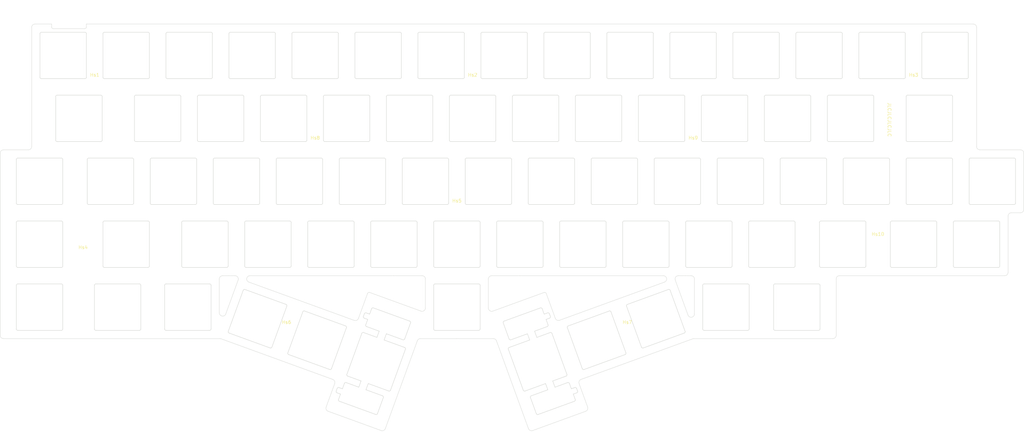
<source format=kicad_pcb>
(kicad_pcb (version 20241229) (generator "pcbnew") (generator_version "9.0")
  (layers (0 "F.Cu" signal) (2 "B.Cu" signal) (13 "F.Paste" user) (15 "B.Paste" user) (5 "F.SilkS" user "F.Silkscreen") (7 "B.SilkS" user "B.Silkscreen") (1 "F.Mask" user) (3 "B.Mask" user) (25 "Edge.Cuts" user))
  (net 0 "")
  (footprint "tmr-lib:Switch_Cutout" (layer "F.Cu") (at 256.5 19)
    (property "Reference" "S28" (hide yes))
    (property "Value" "SWHole")
    (fp_line (start -7 -6.6) (end -7 6.6) (stroke (width 0.12)) (layer "Edge.Cuts"))
    (fp_line (start -6.6 -7) (end 6.6 -7) (stroke (width 0.12)) (layer "Edge.Cuts"))
    (fp_line (start -6.6 7) (end 6.6 7) (stroke (width 0.12)) (layer "Edge.Cuts"))
    (fp_line (start 7 -6.6) (end 7 6.6) (stroke (width 0.12)) (layer "Edge.Cuts"))
    (fp_arc (start -7 -6.6) (mid -6.882843 -6.882843) (end -6.6 -7) (stroke (width 0.12)) (layer "Edge.Cuts"))
    (fp_arc (start -6.6 7) (mid -6.882843 6.882843) (end -7 6.6) (stroke (width 0.12)) (layer "Edge.Cuts"))
    (fp_arc (start 6.6 -7) (mid 6.882843 -6.882843) (end 7 -6.6) (stroke (width 0.12)) (layer "Edge.Cuts"))
    (fp_arc (start 7 6.6) (mid 6.882843 6.882843) (end 6.6 7) (stroke (width 0.12)) (layer "Edge.Cuts"))
  )
  (footprint "tmr-lib:Switch_Cutout" (layer "F.Cu") (at 19 0)
    (property "Reference" "S1" (hide yes))
    (property "Value" "SWHole")
    (fp_line (start -7 -6.6) (end -7 6.6) (stroke (width 0.12)) (layer "Edge.Cuts"))
    (fp_line (start -6.6 -7) (end 6.6 -7) (stroke (width 0.12)) (layer "Edge.Cuts"))
    (fp_line (start -6.6 7) (end 6.6 7) (stroke (width 0.12)) (layer "Edge.Cuts"))
    (fp_line (start 7 -6.6) (end 7 6.6) (stroke (width 0.12)) (layer "Edge.Cuts"))
    (fp_arc (start -7 -6.6) (mid -6.882843 -6.882843) (end -6.6 -7) (stroke (width 0.12)) (layer "Edge.Cuts"))
    (fp_arc (start -6.6 7) (mid -6.882843 6.882843) (end -7 6.6) (stroke (width 0.12)) (layer "Edge.Cuts"))
    (fp_arc (start 6.6 -7) (mid 6.882843 -6.882843) (end 7 -6.6) (stroke (width 0.12)) (layer "Edge.Cuts"))
    (fp_arc (start 7 6.6) (mid 6.882843 6.882843) (end 6.6 7) (stroke (width 0.12)) (layer "Edge.Cuts"))
  )
  (footprint "tmr-lib:Switch_Cutout_2u" (layer "F.Cu") (at 113.4 92.5 70)
    (property "Reference" "S64" (hide yes))
    (property "Value" "SWHole")
    (fp_line (start -12.45 -8.3) (end -11.55 -8.299999) (stroke (width 0.12)) (layer "Edge.Cuts"))
    (fp_line (start -12.85 -7.9) (end -12.85 -6.77) (stroke (width 0.12)) (layer "Edge.Cuts"))
    (fp_line (start -11.15 -7.899999) (end -11.15 -6.77) (stroke (width 0.12)) (layer "Edge.Cuts"))
    (fp_line (start -15 -6.37) (end -15 5.330001) (stroke (width 0.12)) (layer "Edge.Cuts"))
    (fp_line (start -12.85 -6.77) (end -14.6 -6.77) (stroke (width 0.12)) (layer "Edge.Cuts"))
    (fp_line (start -9.4 -6.77) (end -11.15 -6.77) (stroke (width 0.12)) (layer "Edge.Cuts"))
    (fp_line (start -9 -6.37) (end -9 -2.3) (stroke (width 0.12)) (layer "Edge.Cuts"))
    (fp_line (start -6.6 -7) (end 6.6 -7) (stroke (width 0.12)) (layer "Edge.Cuts"))
    (fp_line (start -7 -6.6) (end -7 -2.3) (stroke (width 0.12)) (layer "Edge.Cuts"))
    (fp_line (start -7 -2.3) (end -9 -2.3) (stroke (width 0.12)) (layer "Edge.Cuts"))
    (fp_line (start 11.55 -8.3) (end 12.45 -8.3) (stroke (width 0.12)) (layer "Edge.Cuts"))
    (fp_line (start 7 -6.6) (end 7 -2.3) (stroke (width 0.12)) (layer "Edge.Cuts"))
    (fp_line (start 11.15 -7.9) (end 11.15 -6.77) (stroke (width 0.12)) (layer "Edge.Cuts"))
    (fp_line (start -9 0) (end -9 5.33) (stroke (width 0.12)) (layer "Edge.Cuts"))
    (fp_line (start 12.85 -7.9) (end 12.85 -6.77) (stroke (width 0.12)) (layer "Edge.Cuts"))
    (fp_line (start 9 -6.37) (end 9 -2.3) (stroke (width 0.12)) (layer "Edge.Cuts"))
    (fp_line (start 11.15 -6.77) (end 9.4 -6.77) (stroke (width 0.12)) (layer "Edge.Cuts"))
    (fp_line (start -7 0) (end -9 0) (stroke (width 0.12)) (layer "Edge.Cuts"))
    (fp_line (start 14.6 -6.77) (end 12.85 -6.77) (stroke (width 0.12)) (layer "Edge.Cuts"))
    (fp_line (start 15 -6.37) (end 15 5.33) (stroke (width 0.12)) (layer "Edge.Cuts"))
    (fp_line (start -14.6 5.73) (end -9.4 5.73) (stroke (width 0.12)) (layer "Edge.Cuts"))
    (fp_line (start 9 -2.3) (end 7 -2.3) (stroke (width 0.12)) (layer "Edge.Cuts"))
    (fp_line (start 7 0) (end 7 6.6) (stroke (width 0.12)) (layer "Edge.Cuts"))
    (fp_line (start 9 0) (end 7 0) (stroke (width 0.12)) (layer "Edge.Cuts"))
    (fp_line (start 9 0) (end 9 5.33) (stroke (width 0.12)) (layer "Edge.Cuts"))
    (fp_line (start -7 6.6) (end -7 0) (stroke (width 0.12)) (layer "Edge.Cuts"))
    (fp_line (start -6.6 7) (end 6.6 7) (stroke (width 0.12)) (layer "Edge.Cuts"))
    (fp_line (start 9.4 5.73) (end 14.6 5.73) (stroke (width 0.12)) (layer "Edge.Cuts"))
    (fp_arc (start -12.85 -7.9) (mid -12.732843 -8.182843) (end -12.45 -8.3) (stroke (width 0.12)) (layer "Edge.Cuts"))
    (fp_arc (start -11.55 -8.299999) (mid -11.267157 -8.182842) (end -11.15 -7.899999) (stroke (width 0.12)) (layer "Edge.Cuts"))
    (fp_arc (start -15 -6.37) (mid -14.882843 -6.652844) (end -14.6 -6.77) (stroke (width 0.12)) (layer "Edge.Cuts"))
    (fp_arc (start -9.4 -6.77) (mid -9.117157 -6.652843) (end -9 -6.37) (stroke (width 0.12)) (layer "Edge.Cuts"))
    (fp_arc (start -7 -6.6) (mid -6.882843 -6.882843) (end -6.6 -7) (stroke (width 0.12)) (layer "Edge.Cuts"))
    (fp_arc (start 6.6 -7) (mid 6.882843 -6.882843) (end 7 -6.6) (stroke (width 0.12)) (layer "Edge.Cuts"))
    (fp_arc (start 11.15 -7.9) (mid 11.267156 -8.182843) (end 11.55 -8.3) (stroke (width 0.12)) (layer "Edge.Cuts"))
    (fp_arc (start 12.45 -8.3) (mid 12.732843 -8.182843) (end 12.85 -7.9) (stroke (width 0.12)) (layer "Edge.Cuts"))
    (fp_arc (start 9 -6.37) (mid 9.117157 -6.652843) (end 9.4 -6.77) (stroke (width 0.12)) (layer "Edge.Cuts"))
    (fp_arc (start 14.6 -6.77) (mid 14.882843 -6.652843) (end 15 -6.37) (stroke (width 0.12)) (layer "Edge.Cuts"))
    (fp_arc (start -14.6 5.73) (mid -14.882843 5.612843) (end -15 5.330001) (stroke (width 0.12)) (layer "Edge.Cuts"))
    (fp_arc (start -9 5.33) (mid -9.117157 5.612843) (end -9.4 5.73) (stroke (width 0.12)) (layer "Edge.Cuts"))
    (fp_arc (start -6.6 7) (mid -6.882843 6.882843) (end -7 6.6) (stroke (width 0.12)) (layer "Edge.Cuts"))
    (fp_arc (start 7 6.6) (mid 6.882843 6.882843) (end 6.6 7) (stroke (width 0.12)) (layer "Edge.Cuts"))
    (fp_arc (start 9.4 5.73) (mid 9.117157 5.612842) (end 9 5.33) (stroke (width 0.12)) (layer "Edge.Cuts"))
    (fp_arc (start 15 5.33) (mid 14.882843 5.612843) (end 14.6 5.73) (stroke (width 0.12)) (layer "Edge.Cuts"))
  )
  (footprint "tmr-lib:Switch_Cutout" (layer "F.Cu") (at 213.75 57)
    (property "Reference" "S55" (hide yes))
    (property "Value" "SWHole")
    (fp_line (start -7 -6.6) (end -7 6.6) (stroke (width 0.12)) (layer "Edge.Cuts"))
    (fp_line (start -6.6 -7) (end 6.6 -7) (stroke (width 0.12)) (layer "Edge.Cuts"))
    (fp_line (start -6.6 7) (end 6.6 7) (stroke (width 0.12)) (layer "Edge.Cuts"))
    (fp_line (start 7 -6.6) (end 7 6.6) (stroke (width 0.12)) (layer "Edge.Cuts"))
    (fp_arc (start -7 -6.6) (mid -6.882843 -6.882843) (end -6.6 -7) (stroke (width 0.12)) (layer "Edge.Cuts"))
    (fp_arc (start -6.6 7) (mid -6.882843 6.882843) (end -7 6.6) (stroke (width 0.12)) (layer "Edge.Cuts"))
    (fp_arc (start 6.6 -7) (mid 6.882843 -6.882843) (end 7 -6.6) (stroke (width 0.12)) (layer "Edge.Cuts"))
    (fp_arc (start 7 6.6) (mid 6.882843 6.882843) (end 6.6 7) (stroke (width 0.12)) (layer "Edge.Cuts"))
  )
  (footprint "tmr-lib:Switch_Cutout" (layer "F.Cu") (at 179.9 86 20)
    (property "Reference" "S67" (hide yes))
    (property "Value" "SWHole")
    (fp_line (start -7 -6.6) (end -7 6.6) (stroke (width 0.12)) (layer "Edge.Cuts"))
    (fp_line (start -6.6 -7) (end 6.6 -7) (stroke (width 0.12)) (layer "Edge.Cuts"))
    (fp_line (start -6.6 7) (end 6.6 7) (stroke (width 0.12)) (layer "Edge.Cuts"))
    (fp_line (start 7 -6.6) (end 7 6.6) (stroke (width 0.12)) (layer "Edge.Cuts"))
    (fp_arc (start -7 -6.6) (mid -6.882843 -6.882843) (end -6.6 -7) (stroke (width 0.12)) (layer "Edge.Cuts"))
    (fp_arc (start -6.6 7) (mid -6.882843 6.882843) (end -7 6.6) (stroke (width 0.12)) (layer "Edge.Cuts"))
    (fp_arc (start 6.6 -7) (mid 6.882843 -6.882843) (end 7 -6.6) (stroke (width 0.12)) (layer "Edge.Cuts"))
    (fp_arc (start 7 6.6) (mid 6.882843 6.882843) (end 6.6 7) (stroke (width 0.12)) (layer "Edge.Cuts"))
  )
  (footprint "tmr-lib:Switch_Cutout" (layer "F.Cu") (at 95.6 86 -20)
    (property "Reference" "S63" (hide yes))
    (property "Value" "SWHole")
    (fp_line (start -6.6 7) (end 6.6 7) (stroke (width 0.12)) (layer "Edge.Cuts"))
    (fp_line (start -7 -6.6) (end -7 6.6) (stroke (width 0.12)) (layer "Edge.Cuts"))
    (fp_line (start -6.6 -7) (end 6.6 -7) (stroke (width 0.12)) (layer "Edge.Cuts"))
    (fp_line (start 7 -6.6) (end 7 6.6) (stroke (width 0.12)) (layer "Edge.Cuts"))
    (fp_arc (start -6.6 7) (mid -6.882843 6.882843) (end -7 6.6) (stroke (width 0.12)) (layer "Edge.Cuts"))
    (fp_arc (start -7 -6.6) (mid -6.882843 -6.882843) (end -6.6 -7) (stroke (width 0.12)) (layer "Edge.Cuts"))
    (fp_arc (start 7 6.6) (mid 6.882843 6.882843) (end 6.6 7) (stroke (width 0.12)) (layer "Edge.Cuts"))
    (fp_arc (start 6.6 -7) (mid 6.882843 -6.882843) (end 7 -6.6) (stroke (width 0.12)) (layer "Edge.Cuts"))
  )
  (footprint "tmr-lib:Switch_Cutout" (layer "F.Cu") (at 47.5 19)
    (property "Reference" "S17" (hide yes))
    (property "Value" "SWHole")
    (fp_line (start -7 -6.6) (end -7 6.6) (stroke (width 0.12)) (layer "Edge.Cuts"))
    (fp_line (start -6.6 -7) (end 6.6 -7) (stroke (width 0.12)) (layer "Edge.Cuts"))
    (fp_line (start -6.6 7) (end 6.6 7) (stroke (width 0.12)) (layer "Edge.Cuts"))
    (fp_line (start 7 -6.6) (end 7 6.6) (stroke (width 0.12)) (layer "Edge.Cuts"))
    (fp_arc (start -7 -6.6) (mid -6.882843 -6.882843) (end -6.6 -7) (stroke (width 0.12)) (layer "Edge.Cuts"))
    (fp_arc (start -6.6 7) (mid -6.882843 6.882843) (end -7 6.6) (stroke (width 0.12)) (layer "Edge.Cuts"))
    (fp_arc (start 6.6 -7) (mid 6.882843 -6.882843) (end 7 -6.6) (stroke (width 0.12)) (layer "Edge.Cuts"))
    (fp_arc (start 7 6.6) (mid 6.882843 6.882843) (end 6.6 7) (stroke (width 0.12)) (layer "Edge.Cuts"))
  )
  (footprint "MountingHole:MountingHole_2.1mm" (layer "F.Cu") (at 28.5 8.93)
    (property "Reference" "Hs1")
    (property "Value" "MountingHole")
  )
  (footprint "tmr-lib:Switch_Cutout" (layer "F.Cu") (at 285 0)
    (property "Reference" "S15" (hide yes))
    (property "Value" "SWHole")
    (fp_line (start -7 -6.6) (end -7 6.6) (stroke (width 0.12)) (layer "Edge.Cuts"))
    (fp_line (start -6.6 -7) (end 6.6 -7) (stroke (width 0.12)) (layer "Edge.Cuts"))
    (fp_line (start -6.6 7) (end 6.6 7) (stroke (width 0.12)) (layer "Edge.Cuts"))
    (fp_line (start 7 -6.6) (end 7 6.6) (stroke (width 0.12)) (layer "Edge.Cuts"))
    (fp_arc (start -7 -6.6) (mid -6.882843 -6.882843) (end -6.6 -7) (stroke (width 0.12)) (layer "Edge.Cuts"))
    (fp_arc (start -6.6 7) (mid -6.882843 6.882843) (end -7 6.6) (stroke (width 0.12)) (layer "Edge.Cuts"))
    (fp_arc (start 6.6 -7) (mid 6.882843 -6.882843) (end 7 -6.6) (stroke (width 0.12)) (layer "Edge.Cuts"))
    (fp_arc (start 7 6.6) (mid 6.882843 6.882843) (end 6.6 7) (stroke (width 0.12)) (layer "Edge.Cuts"))
  )
  (footprint "tmr-lib:Switch_Cutout" (layer "F.Cu") (at 57 0)
    (property "Reference" "S3" (hide yes))
    (property "Value" "SWHole")
    (fp_line (start -7 -6.6) (end -7 6.6) (stroke (width 0.12)) (layer "Edge.Cuts"))
    (fp_line (start -6.6 -7) (end 6.6 -7) (stroke (width 0.12)) (layer "Edge.Cuts"))
    (fp_line (start -6.6 7) (end 6.6 7) (stroke (width 0.12)) (layer "Edge.Cuts"))
    (fp_line (start 7 -6.6) (end 7 6.6) (stroke (width 0.12)) (layer "Edge.Cuts"))
    (fp_arc (start -7 -6.6) (mid -6.882843 -6.882843) (end -6.6 -7) (stroke (width 0.12)) (layer "Edge.Cuts"))
    (fp_arc (start -6.6 7) (mid -6.882843 6.882843) (end -7 6.6) (stroke (width 0.12)) (layer "Edge.Cuts"))
    (fp_arc (start 6.6 -7) (mid 6.882843 -6.882843) (end 7 -6.6) (stroke (width 0.12)) (layer "Edge.Cuts"))
    (fp_arc (start 7 6.6) (mid 6.882843 6.882843) (end 6.6 7) (stroke (width 0.12)) (layer "Edge.Cuts"))
  )
  (footprint "tmr-lib:Dummy" (layer "F.Cu") (at 243.5 63)
    (property "Reference" "BAT2")
    (property "Value" "TestPoint")
  )
  (footprint "tmr-lib:Switch_Cutout" (layer "F.Cu") (at 137.75 57)
    (property "Reference" "S51" (hide yes))
    (property "Value" "SWHole")
    (fp_line (start -7 -6.6) (end -7 6.6) (stroke (width 0.12)) (layer "Edge.Cuts"))
    (fp_line (start -6.6 -7) (end 6.6 -7) (stroke (width 0.12)) (layer "Edge.Cuts"))
    (fp_line (start -6.6 7) (end 6.6 7) (stroke (width 0.12)) (layer "Edge.Cuts"))
    (fp_line (start 7 -6.6) (end 7 6.6) (stroke (width 0.12)) (layer "Edge.Cuts"))
    (fp_arc (start -7 -6.6) (mid -6.882843 -6.882843) (end -6.6 -7) (stroke (width 0.12)) (layer "Edge.Cuts"))
    (fp_arc (start -6.6 7) (mid -6.882843 6.882843) (end -7 6.6) (stroke (width 0.12)) (layer "Edge.Cuts"))
    (fp_arc (start 6.6 -7) (mid 6.882843 -6.882843) (end 7 -6.6) (stroke (width 0.12)) (layer "Edge.Cuts"))
    (fp_arc (start 7 6.6) (mid 6.882843 6.882843) (end 6.6 7) (stroke (width 0.12)) (layer "Edge.Cuts"))
  )
  (footprint "tmr-lib:Switch_Cutout" (layer "F.Cu") (at 90.25 38)
    (property "Reference" "S34" (hide yes))
    (property "Value" "SWHole")
    (fp_line (start -7 -6.6) (end -7 6.6) (stroke (width 0.12)) (layer "Edge.Cuts"))
    (fp_line (start -6.6 -7) (end 6.6 -7) (stroke (width 0.12)) (layer "Edge.Cuts"))
    (fp_line (start -6.6 7) (end 6.6 7) (stroke (width 0.12)) (layer "Edge.Cuts"))
    (fp_line (start 7 -6.6) (end 7 6.6) (stroke (width 0.12)) (layer "Edge.Cuts"))
    (fp_arc (start -7 -6.6) (mid -6.882843 -6.882843) (end -6.6 -7) (stroke (width 0.12)) (layer "Edge.Cuts"))
    (fp_arc (start -6.6 7) (mid -6.882843 6.882843) (end -7 6.6) (stroke (width 0.12)) (layer "Edge.Cuts"))
    (fp_arc (start 6.6 -7) (mid 6.882843 -6.882843) (end 7 -6.6) (stroke (width 0.12)) (layer "Edge.Cuts"))
    (fp_arc (start 7 6.6) (mid 6.882843 6.882843) (end 6.6 7) (stroke (width 0.12)) (layer "Edge.Cuts"))
  )
  (footprint "tmr-lib:Switch_Cutout" (layer "F.Cu") (at 80.75 57)
    (property "Reference" "S48" (hide yes))
    (property "Value" "SWHole")
    (fp_line (start -7 -6.6) (end -7 6.6) (stroke (width 0.12)) (layer "Edge.Cuts"))
    (fp_line (start -6.6 -7) (end 6.6 -7) (stroke (width 0.12)) (layer "Edge.Cuts"))
    (fp_line (start -6.6 7) (end 6.6 7) (stroke (width 0.12)) (layer "Edge.Cuts"))
    (fp_line (start 7 -6.6) (end 7 6.6) (stroke (width 0.12)) (layer "Edge.Cuts"))
    (fp_arc (start -7 -6.6) (mid -6.882843 -6.882843) (end -6.6 -7) (stroke (width 0.12)) (layer "Edge.Cuts"))
    (fp_arc (start -6.6 7) (mid -6.882843 6.882843) (end -7 6.6) (stroke (width 0.12)) (layer "Edge.Cuts"))
    (fp_arc (start 6.6 -7) (mid 6.882843 -6.882843) (end 7 -6.6) (stroke (width 0.12)) (layer "Edge.Cuts"))
    (fp_arc (start 7 6.6) (mid 6.882843 6.882843) (end 6.6 7) (stroke (width 0.12)) (layer "Edge.Cuts"))
  )
  (footprint "tmr-lib:Switch_Cutout" (layer "F.Cu") (at 166.25 38)
    (property "Reference" "S38" (hide yes))
    (property "Value" "SWHole")
    (fp_line (start -7 -6.6) (end -7 6.6) (stroke (width 0.12)) (layer "Edge.Cuts"))
    (fp_line (start -6.6 -7) (end 6.6 -7) (stroke (width 0.12)) (layer "Edge.Cuts"))
    (fp_line (start -6.6 7) (end 6.6 7) (stroke (width 0.12)) (layer "Edge.Cuts"))
    (fp_line (start 7 -6.6) (end 7 6.6) (stroke (width 0.12)) (layer "Edge.Cuts"))
    (fp_arc (start -7 -6.6) (mid -6.882843 -6.882843) (end -6.6 -7) (stroke (width 0.12)) (layer "Edge.Cuts"))
    (fp_arc (start -6.6 7) (mid -6.882843 6.882843) (end -7 6.6) (stroke (width 0.12)) (layer "Edge.Cuts"))
    (fp_arc (start 6.6 -7) (mid 6.882843 -6.882843) (end 7 -6.6) (stroke (width 0.12)) (layer "Edge.Cuts"))
    (fp_arc (start 7 6.6) (mid 6.882843 6.882843) (end 6.6 7) (stroke (width 0.12)) (layer "Edge.Cuts"))
  )
  (footprint "tmr-lib:Switch_Cutout_1.25u" (layer "F.Cu") (at 254.125 57)
    (property "Reference" "S57" (hide yes))
    (property "Value" "SWHole")
    (fp_line (start -7 -6.6) (end -7 6.6) (stroke (width 0.12)) (layer "Edge.Cuts"))
    (fp_line (start -6.6 -7) (end 6.6 -7) (stroke (width 0.12)) (layer "Edge.Cuts"))
    (fp_line (start -6.6 7) (end 6.6 7) (stroke (width 0.12)) (layer "Edge.Cuts"))
    (fp_line (start 7 -6.6) (end 7 6.6) (stroke (width 0.12)) (layer "Edge.Cuts"))
    (fp_arc (start -7 -6.6) (mid -6.882843 -6.882843) (end -6.6 -7) (stroke (width 0.12)) (layer "Edge.Cuts"))
    (fp_arc (start -6.6 7) (mid -6.882843 6.882843) (end -7 6.6) (stroke (width 0.12)) (layer "Edge.Cuts"))
    (fp_arc (start 6.6 -7) (mid 6.882843 -6.882843) (end 7 -6.6) (stroke (width 0.12)) (layer "Edge.Cuts"))
    (fp_arc (start 7 6.6) (mid 6.882843 6.882843) (end 6.6 7) (stroke (width 0.12)) (layer "Edge.Cuts"))
  )
  (footprint "tmr-lib:Switch_Cutout" (layer "F.Cu") (at 223.25 38)
    (property "Reference" "S41" (hide yes))
    (property "Value" "SWHole")
    (fp_line (start -7 -6.6) (end -7 6.6) (stroke (width 0.12)) (layer "Edge.Cuts"))
    (fp_line (start -6.6 -7) (end 6.6 -7) (stroke (width 0.12)) (layer "Edge.Cuts"))
    (fp_line (start -6.6 7) (end 6.6 7) (stroke (width 0.12)) (layer "Edge.Cuts"))
    (fp_line (start 7 -6.6) (end 7 6.6) (stroke (width 0.12)) (layer "Edge.Cuts"))
    (fp_arc (start -7 -6.6) (mid -6.882843 -6.882843) (end -6.6 -7) (stroke (width 0.12)) (layer "Edge.Cuts"))
    (fp_arc (start -6.6 7) (mid -6.882843 6.882843) (end -7 6.6) (stroke (width 0.12)) (layer "Edge.Cuts"))
    (fp_arc (start 6.6 -7) (mid 6.882843 -6.882843) (end 7 -6.6) (stroke (width 0.12)) (layer "Edge.Cuts"))
    (fp_arc (start 7 6.6) (mid 6.882843 6.882843) (end 6.6 7) (stroke (width 0.12)) (layer "Edge.Cuts"))
  )
  (footprint "MountingHole:MountingHole_2.1mm" (layer "F.Cu") (at 95 27.93)
    (property "Reference" "Hs8")
    (property "Value" "MountingHole")
  )
  (footprint "tmr-lib:Switch_Cutout" (layer "F.Cu") (at 147.25 38)
    (property "Reference" "S37" (hide yes))
    (property "Value" "SWHole")
    (fp_line (start -7 -6.6) (end -7 6.6) (stroke (width 0.12)) (layer "Edge.Cuts"))
    (fp_line (start -6.6 -7) (end 6.6 -7) (stroke (width 0.12)) (layer "Edge.Cuts"))
    (fp_line (start -6.6 7) (end 6.6 7) (stroke (width 0.12)) (layer "Edge.Cuts"))
    (fp_line (start 7 -6.6) (end 7 6.6) (stroke (width 0.12)) (layer "Edge.Cuts"))
    (fp_arc (start -7 -6.6) (mid -6.882843 -6.882843) (end -6.6 -7) (stroke (width 0.12)) (layer "Edge.Cuts"))
    (fp_arc (start -6.6 7) (mid -6.882843 6.882843) (end -7 6.6) (stroke (width 0.12)) (layer "Edge.Cuts"))
    (fp_arc (start 6.6 -7) (mid 6.882843 -6.882843) (end 7 -6.6) (stroke (width 0.12)) (layer "Edge.Cuts"))
    (fp_arc (start 7 6.6) (mid 6.882843 6.882843) (end 6.6 7) (stroke (width 0.12)) (layer "Edge.Cuts"))
  )
  (footprint "tmr-lib:Switch_Cutout" (layer "F.Cu") (at 56.6 76)
    (property "Reference" "S61" (hide yes))
    (property "Value" "SWHole")
    (fp_line (start -7 -6.6) (end -7 6.6) (stroke (width 0.12)) (layer "Edge.Cuts"))
    (fp_line (start -6.6 -7) (end 6.6 -7) (stroke (width 0.12)) (layer "Edge.Cuts"))
    (fp_line (start -6.6 7) (end 6.6 7) (stroke (width 0.12)) (layer "Edge.Cuts"))
    (fp_line (start 7 -6.6) (end 7 6.6) (stroke (width 0.12)) (layer "Edge.Cuts"))
    (fp_arc (start -7 -6.6) (mid -6.882843 -6.882843) (end -6.6 -7) (stroke (width 0.12)) (layer "Edge.Cuts"))
    (fp_arc (start -6.6 7) (mid -6.882843 6.882843) (end -7 6.6) (stroke (width 0.12)) (layer "Edge.Cuts"))
    (fp_arc (start 6.6 -7) (mid 6.882843 -6.882843) (end 7 -6.6) (stroke (width 0.12)) (layer "Edge.Cuts"))
    (fp_arc (start 7 6.6) (mid 6.882843 6.882843) (end 6.6 7) (stroke (width 0.12)) (layer "Edge.Cuts"))
  )
  (footprint "tmr-lib:Switch_Cutout" (layer "F.Cu") (at 156.75 57)
    (property "Reference" "S52" (hide yes))
    (property "Value" "SWHole")
    (fp_line (start -7 -6.6) (end -7 6.6) (stroke (width 0.12)) (layer "Edge.Cuts"))
    (fp_line (start -6.6 -7) (end 6.6 -7) (stroke (width 0.12)) (layer "Edge.Cuts"))
    (fp_line (start -6.6 7) (end 6.6 7) (stroke (width 0.12)) (layer "Edge.Cuts"))
    (fp_line (start 7 -6.6) (end 7 6.6) (stroke (width 0.12)) (layer "Edge.Cuts"))
    (fp_arc (start -7 -6.6) (mid -6.882843 -6.882843) (end -6.6 -7) (stroke (width 0.12)) (layer "Edge.Cuts"))
    (fp_arc (start -6.6 7) (mid -6.882843 6.882843) (end -7 6.6) (stroke (width 0.12)) (layer "Edge.Cuts"))
    (fp_arc (start 6.6 -7) (mid 6.882843 -6.882843) (end 7 -6.6) (stroke (width 0.12)) (layer "Edge.Cuts"))
    (fp_arc (start 7 6.6) (mid 6.882843 6.882843) (end 6.6 7) (stroke (width 0.12)) (layer "Edge.Cuts"))
  )
  (footprint "tmr-lib:Switch_Cutout" (layer "F.Cu") (at 128.25 38)
    (property "Reference" "S36" (hide yes))
    (property "Value" "SWHole")
    (fp_line (start -7 -6.6) (end -7 6.6) (stroke (width 0.12)) (layer "Edge.Cuts"))
    (fp_line (start -6.6 -7) (end 6.6 -7) (stroke (width 0.12)) (layer "Edge.Cuts"))
    (fp_line (start -6.6 7) (end 6.6 7) (stroke (width 0.12)) (layer "Edge.Cuts"))
    (fp_line (start 7 -6.6) (end 7 6.6) (stroke (width 0.12)) (layer "Edge.Cuts"))
    (fp_arc (start -7 -6.6) (mid -6.882843 -6.882843) (end -6.6 -7) (stroke (width 0.12)) (layer "Edge.Cuts"))
    (fp_arc (start -6.6 7) (mid -6.882843 6.882843) (end -7 6.6) (stroke (width 0.12)) (layer "Edge.Cuts"))
    (fp_arc (start 6.6 -7) (mid 6.882843 -6.882843) (end 7 -6.6) (stroke (width 0.12)) (layer "Edge.Cuts"))
    (fp_arc (start 7 6.6) (mid 6.882843 6.882843) (end 6.6 7) (stroke (width 0.12)) (layer "Edge.Cuts"))
  )
  (footprint "tmr-lib:Switch_Cutout_1.25u" (layer "F.Cu") (at 11.875 76)
    (property "Reference" "S59" (hide yes))
    (property "Value" "SWHole")
    (fp_line (start -7 -6.6) (end -7 6.6) (stroke (width 0.12)) (layer "Edge.Cuts"))
    (fp_line (start -6.6 -7) (end 6.6 -7) (stroke (width 0.12)) (layer "Edge.Cuts"))
    (fp_line (start -6.6 7) (end 6.6 7) (stroke (width 0.12)) (layer "Edge.Cuts"))
    (fp_line (start 7 -6.6) (end 7 6.6) (stroke (width 0.12)) (layer "Edge.Cuts"))
    (fp_arc (start -7 -6.6) (mid -6.882843 -6.882843) (end -6.6 -7) (stroke (width 0.12)) (layer "Edge.Cuts"))
    (fp_arc (start -6.6 7) (mid -6.882843 6.882843) (end -7 6.6) (stroke (width 0.12)) (layer "Edge.Cuts"))
    (fp_arc (start 6.6 -7) (mid 6.882843 -6.882843) (end 7 -6.6) (stroke (width 0.12)) (layer "Edge.Cuts"))
    (fp_arc (start 7 6.6) (mid 6.882843 6.882843) (end 6.6 7) (stroke (width 0.12)) (layer "Edge.Cuts"))
  )
  (footprint "tmr-lib:Switch_Cutout" (layer "F.Cu") (at 77.625 79.5 -20)
    (property "Reference" "S62" (hide yes))
    (property "Value" "SWHole")
    (fp_line (start -6.6 7) (end 6.6 7) (stroke (width 0.12)) (layer "Edge.Cuts"))
    (fp_line (start -7 -6.6) (end -7 6.6) (stroke (width 0.12)) (layer "Edge.Cuts"))
    (fp_line (start -6.6 -7) (end 6.6 -7) (stroke (width 0.12)) (layer "Edge.Cuts"))
    (fp_line (start 7 -6.6) (end 7 6.6) (stroke (width 0.12)) (layer "Edge.Cuts"))
    (fp_arc (start -6.6 7) (mid -6.882843 6.882843) (end -7 6.6) (stroke (width 0.12)) (layer "Edge.Cuts"))
    (fp_arc (start -7 -6.6) (mid -6.882843 -6.882843) (end -6.6 -7) (stroke (width 0.12)) (layer "Edge.Cuts"))
    (fp_arc (start 7 6.6) (mid 6.882843 6.882843) (end 6.6 7) (stroke (width 0.12)) (layer "Edge.Cuts"))
    (fp_arc (start 6.6 -7) (mid 6.882843 -6.882843) (end 7 -6.6) (stroke (width 0.12)) (layer "Edge.Cuts"))
  )
  (footprint "MountingHole:MountingHole_2.1mm" (layer "F.Cu") (at 86.355 83.6)
    (property "Reference" "Hs6")
    (property "Value" "MountingHole")
  )
  (footprint "tmr-lib:Switch_Cutout" (layer "F.Cu") (at 118.75 57)
    (property "Reference" "S50" (hide yes))
    (property "Value" "SWHole")
    (fp_line (start -7 -6.6) (end -7 6.6) (stroke (width 0.12)) (layer "Edge.Cuts"))
    (fp_line (start -6.6 -7) (end 6.6 -7) (stroke (width 0.12)) (layer "Edge.Cuts"))
    (fp_line (start -6.6 7) (end 6.6 7) (stroke (width 0.12)) (layer "Edge.Cuts"))
    (fp_line (start 7 -6.6) (end 7 6.6) (stroke (width 0.12)) (layer "Edge.Cuts"))
    (fp_arc (start -7 -6.6) (mid -6.882843 -6.882843) (end -6.6 -7) (stroke (width 0.12)) (layer "Edge.Cuts"))
    (fp_arc (start -6.6 7) (mid -6.882843 6.882843) (end -7 6.6) (stroke (width 0.12)) (layer "Edge.Cuts"))
    (fp_arc (start 6.6 -7) (mid 6.882843 -6.882843) (end 7 -6.6) (stroke (width 0.12)) (layer "Edge.Cuts"))
    (fp_arc (start 7 6.6) (mid 6.882843 6.882843) (end 6.6 7) (stroke (width 0.12)) (layer "Edge.Cuts"))
  )
  (footprint "tmr-lib:Switch_Cutout" (layer "F.Cu") (at 197.75 79.5 20)
    (property "Reference" "S68" (hide yes))
    (property "Value" "SWHole")
    (fp_line (start -7 -6.6) (end -7 6.6) (stroke (width 0.12)) (layer "Edge.Cuts"))
    (fp_line (start -6.6 -7) (end 6.6 -7) (stroke (width 0.12)) (layer "Edge.Cuts"))
    (fp_line (start -6.6 7) (end 6.6 7) (stroke (width 0.12)) (layer "Edge.Cuts"))
    (fp_line (start 7 -6.6) (end 7 6.6) (stroke (width 0.12)) (layer "Edge.Cuts"))
    (fp_arc (start -7 -6.6) (mid -6.882843 -6.882843) (end -6.6 -7) (stroke (width 0.12)) (layer "Edge.Cuts"))
    (fp_arc (start -6.6 7) (mid -6.882843 6.882843) (end -7 6.6) (stroke (width 0.12)) (layer "Edge.Cuts"))
    (fp_arc (start 6.6 -7) (mid 6.882843 -6.882843) (end 7 -6.6) (stroke (width 0.12)) (layer "Edge.Cuts"))
    (fp_arc (start 7 6.6) (mid 6.882843 6.882843) (end 6.6 7) (stroke (width 0.12)) (layer "Edge.Cuts"))
  )
  (footprint "tmr-lib:Switch_Cutout" (layer "F.Cu") (at 266 0)
    (property "Reference" "S14" (hide yes))
    (property "Value" "SWHole")
    (fp_line (start -7 -6.6) (end -7 6.6) (stroke (width 0.12)) (layer "Edge.Cuts"))
    (fp_line (start -6.6 -7) (end 6.6 -7) (stroke (width 0.12)) (layer "Edge.Cuts"))
    (fp_line (start -6.6 7) (end 6.6 7) (stroke (width 0.12)) (layer "Edge.Cuts"))
    (fp_line (start 7 -6.6) (end 7 6.6) (stroke (width 0.12)) (layer "Edge.Cuts"))
    (fp_arc (start -7 -6.6) (mid -6.882843 -6.882843) (end -6.6 -7) (stroke (width 0.12)) (layer "Edge.Cuts"))
    (fp_arc (start -6.6 7) (mid -6.882843 6.882843) (end -7 6.6) (stroke (width 0.12)) (layer "Edge.Cuts"))
    (fp_arc (start 6.6 -7) (mid 6.882843 -6.882843) (end 7 -6.6) (stroke (width 0.12)) (layer "Edge.Cuts"))
    (fp_arc (start 7 6.6) (mid 6.882843 6.882843) (end 6.6 7) (stroke (width 0.12)) (layer "Edge.Cuts"))
  )
  (footprint "tmr-lib:Switch_Cutout" (layer "F.Cu") (at 142.5 19)
    (property "Reference" "S22" (hide yes))
    (property "Value" "SWHole")
    (fp_line (start -7 -6.6) (end -7 6.6) (stroke (width 0.12)) (layer "Edge.Cuts"))
    (fp_line (start -6.6 -7) (end 6.6 -7) (stroke (width 0.12)) (layer "Edge.Cuts"))
    (fp_line (start -6.6 7) (end 6.6 7) (stroke (width 0.12)) (layer "Edge.Cuts"))
    (fp_line (start 7 -6.6) (end 7 6.6) (stroke (width 0.12)) (layer "Edge.Cuts"))
    (fp_arc (start -7 -6.6) (mid -6.882843 -6.882843) (end -6.6 -7) (stroke (width 0.12)) (layer "Edge.Cuts"))
    (fp_arc (start -6.6 7) (mid -6.882843 6.882843) (end -7 6.6) (stroke (width 0.12)) (layer "Edge.Cuts"))
    (fp_arc (start 6.6 -7) (mid 6.882843 -6.882843) (end 7 -6.6) (stroke (width 0.12)) (layer "Edge.Cuts"))
    (fp_arc (start 7 6.6) (mid 6.882843 6.882843) (end 6.6 7) (stroke (width 0.12)) (layer "Edge.Cuts"))
  )
  (footprint "tmr-lib:Switch_Cutout" (layer "F.Cu") (at 294.5 57)
    (property "Reference" "S71" (hide yes))
    (property "Value" "SWHole")
    (fp_line (start -7 -6.6) (end -7 6.6) (stroke (width 0.12)) (layer "Edge.Cuts"))
    (fp_line (start -6.6 -7) (end 6.6 -7) (stroke (width 0.12)) (layer "Edge.Cuts"))
    (fp_line (start -6.6 7) (end 6.6 7) (stroke (width 0.12)) (layer "Edge.Cuts"))
    (fp_line (start 7 -6.6) (end 7 6.6) (stroke (width 0.12)) (layer "Edge.Cuts"))
    (fp_arc (start -7 -6.6) (mid -6.882843 -6.882843) (end -6.6 -7) (stroke (width 0.12)) (layer "Edge.Cuts"))
    (fp_arc (start -6.6 7) (mid -6.882843 6.882843) (end -7 6.6) (stroke (width 0.12)) (layer "Edge.Cuts"))
    (fp_arc (start 6.6 -7) (mid 6.882843 -6.882843) (end 7 -6.6) (stroke (width 0.12)) (layer "Edge.Cuts"))
    (fp_arc (start 7 6.6) (mid 6.882843 6.882843) (end 6.6 7) (stroke (width 0.12)) (layer "Edge.Cuts"))
  )
  (footprint "tmr-lib:Switch_Cutout" (layer "F.Cu") (at 280.25 19)
    (property "Reference" "S29" (hide yes))
    (property "Value" "SWHole")
    (fp_line (start -7 -6.6) (end -7 6.6) (stroke (width 0.12)) (layer "Edge.Cuts"))
    (fp_line (start -6.6 -7) (end 6.6 -7) (stroke (width 0.12)) (layer "Edge.Cuts"))
    (fp_line (start -6.6 7) (end 6.6 7) (stroke (width 0.12)) (layer "Edge.Cuts"))
    (fp_line (start 7 -6.6) (end 7 6.6) (stroke (width 0.12)) (layer "Edge.Cuts"))
    (fp_arc (start -7 -6.6) (mid -6.882843 -6.882843) (end -6.6 -7) (stroke (width 0.12)) (layer "Edge.Cuts"))
    (fp_arc (start -6.6 7) (mid -6.882843 6.882843) (end -7 6.6) (stroke (width 0.12)) (layer "Edge.Cuts"))
    (fp_arc (start 6.6 -7) (mid 6.882843 -6.882843) (end 7 -6.6) (stroke (width 0.12)) (layer "Edge.Cuts"))
    (fp_arc (start 7 6.6) (mid 6.882843 6.882843) (end 6.6 7) (stroke (width 0.12)) (layer "Edge.Cuts"))
  )
  (footprint "tmr-lib:Switch_Cutout" (layer "F.Cu") (at 228 0)
    (property "Reference" "S12" (hide yes))
    (property "Value" "SWHole")
    (fp_line (start -7 -6.6) (end -7 6.6) (stroke (width 0.12)) (layer "Edge.Cuts"))
    (fp_line (start -6.6 -7) (end 6.6 -7) (stroke (width 0.12)) (layer "Edge.Cuts"))
    (fp_line (start -6.6 7) (end 6.6 7) (stroke (width 0.12)) (layer "Edge.Cuts"))
    (fp_line (start 7 -6.6) (end 7 6.6) (stroke (width 0.12)) (layer "Edge.Cuts"))
    (fp_arc (start -7 -6.6) (mid -6.882843 -6.882843) (end -6.6 -7) (stroke (width 0.12)) (layer "Edge.Cuts"))
    (fp_arc (start -6.6 7) (mid -6.882843 6.882843) (end -7 6.6) (stroke (width 0.12)) (layer "Edge.Cuts"))
    (fp_arc (start 6.6 -7) (mid 6.882843 -6.882843) (end 7 -6.6) (stroke (width 0.12)) (layer "Edge.Cuts"))
    (fp_arc (start 7 6.6) (mid 6.882843 6.882843) (end 6.6 7) (stroke (width 0.12)) (layer "Edge.Cuts"))
  )
  (footprint "tmr-lib:Switch_Cutout" (layer "F.Cu") (at 218.9 76)
    (property "Reference" "S69" (hide yes))
    (property "Value" "SWHole")
    (fp_line (start -7 -6.6) (end -7 6.6) (stroke (width 0.12)) (layer "Edge.Cuts"))
    (fp_line (start -6.6 -7) (end 6.6 -7) (stroke (width 0.12)) (layer "Edge.Cuts"))
    (fp_line (start -6.6 7) (end 6.6 7) (stroke (width 0.12)) (layer "Edge.Cuts"))
    (fp_line (start 7 -6.6) (end 7 6.6) (stroke (width 0.12)) (layer "Edge.Cuts"))
    (fp_arc (start -7 -6.6) (mid -6.882843 -6.882843) (end -6.6 -7) (stroke (width 0.12)) (layer "Edge.Cuts"))
    (fp_arc (start -6.6 7) (mid -6.882843 6.882843) (end -7 6.6) (stroke (width 0.12)) (layer "Edge.Cuts"))
    (fp_arc (start 6.6 -7) (mid 6.882843 -6.882843) (end 7 -6.6) (stroke (width 0.12)) (layer "Edge.Cuts"))
    (fp_arc (start 7 6.6) (mid 6.882843 6.882843) (end 6.6 7) (stroke (width 0.12)) (layer "Edge.Cuts"))
  )
  (footprint "tmr-lib:Switch_Cutout" (layer "F.Cu") (at 66.5 19)
    (property "Reference" "S18" (hide yes))
    (property "Value" "SWHole")
    (fp_line (start -7 -6.6) (end -7 6.6) (stroke (width 0.12)) (layer "Edge.Cuts"))
    (fp_line (start -6.6 -7) (end 6.6 -7) (stroke (width 0.12)) (layer "Edge.Cuts"))
    (fp_line (start -6.6 7) (end 6.6 7) (stroke (width 0.12)) (layer "Edge.Cuts"))
    (fp_line (start 7 -6.6) (end 7 6.6) (stroke (width 0.12)) (layer "Edge.Cuts"))
    (fp_arc (start -7 -6.6) (mid -6.882843 -6.882843) (end -6.6 -7) (stroke (width 0.12)) (layer "Edge.Cuts"))
    (fp_arc (start -6.6 7) (mid -6.882843 6.882843) (end -7 6.6) (stroke (width 0.12)) (layer "Edge.Cuts"))
    (fp_arc (start 6.6 -7) (mid 6.882843 -6.882843) (end 7 -6.6) (stroke (width 0.12)) (layer "Edge.Cuts"))
    (fp_arc (start 7 6.6) (mid 6.882843 6.882843) (end 6.6 7) (stroke (width 0.12)) (layer "Edge.Cuts"))
  )
  (footprint "tmr-lib:Switch_Cutout" (layer "F.Cu") (at 194.75 57)
    (property "Reference" "S54" (hide yes))
    (property "Value" "SWHole")
    (fp_line (start -7 -6.6) (end -7 6.6) (stroke (width 0.12)) (layer "Edge.Cuts"))
    (fp_line (start -6.6 -7) (end 6.6 -7) (stroke (width 0.12)) (layer "Edge.Cuts"))
    (fp_line (start -6.6 7) (end 6.6 7) (stroke (width 0.12)) (layer "Edge.Cuts"))
    (fp_line (start 7 -6.6) (end 7 6.6) (stroke (width 0.12)) (layer "Edge.Cuts"))
    (fp_arc (start -7 -6.6) (mid -6.882843 -6.882843) (end -6.6 -7) (stroke (width 0.12)) (layer "Edge.Cuts"))
    (fp_arc (start -6.6 7) (mid -6.882843 6.882843) (end -7 6.6) (stroke (width 0.12)) (layer "Edge.Cuts"))
    (fp_arc (start 6.6 -7) (mid 6.882843 -6.882843) (end 7 -6.6) (stroke (width 0.12)) (layer "Edge.Cuts"))
    (fp_arc (start 7 6.6) (mid 6.882843 6.882843) (end 6.6 7) (stroke (width 0.12)) (layer "Edge.Cuts"))
  )
  (footprint "tmr-lib:Switch_Cutout" (layer "F.Cu") (at 204.25 38)
    (property "Reference" "S40" (hide yes))
    (property "Value" "SWHole")
    (fp_line (start -7 -6.6) (end -7 6.6) (stroke (width 0.12)) (layer "Edge.Cuts"))
    (fp_line (start -6.6 -7) (end 6.6 -7) (stroke (width 0.12)) (layer "Edge.Cuts"))
    (fp_line (start -6.6 7) (end 6.6 7) (stroke (width 0.12)) (layer "Edge.Cuts"))
    (fp_line (start 7 -6.6) (end 7 6.6) (stroke (width 0.12)) (layer "Edge.Cuts"))
    (fp_arc (start -7 -6.6) (mid -6.882843 -6.882843) (end -6.6 -7) (stroke (width 0.12)) (layer "Edge.Cuts"))
    (fp_arc (start -6.6 7) (mid -6.882843 6.882843) (end -7 6.6) (stroke (width 0.12)) (layer "Edge.Cuts"))
    (fp_arc (start 6.6 -7) (mid 6.882843 -6.882843) (end 7 -6.6) (stroke (width 0.12)) (layer "Edge.Cuts"))
    (fp_arc (start 7 6.6) (mid 6.882843 6.882843) (end 6.6 7) (stroke (width 0.12)) (layer "Edge.Cuts"))
  )
  (footprint "tmr-lib:Switch_Cutout" (layer "F.Cu") (at 38 0)
    (property "Reference" "S2" (hide yes))
    (property "Value" "SWHole")
    (fp_line (start -7 -6.6) (end -7 6.6) (stroke (width 0.12)) (layer "Edge.Cuts"))
    (fp_line (start -6.6 -7) (end 6.6 -7) (stroke (width 0.12)) (layer "Edge.Cuts"))
    (fp_line (start -6.6 7) (end 6.6 7) (stroke (width 0.12)) (layer "Edge.Cuts"))
    (fp_line (start 7 -6.6) (end 7 6.6) (stroke (width 0.12)) (layer "Edge.Cuts"))
    (fp_arc (start -7 -6.6) (mid -6.882843 -6.882843) (end -6.6 -7) (stroke (width 0.12)) (layer "Edge.Cuts"))
    (fp_arc (start -6.6 7) (mid -6.882843 6.882843) (end -7 6.6) (stroke (width 0.12)) (layer "Edge.Cuts"))
    (fp_arc (start 6.6 -7) (mid 6.882843 -6.882843) (end 7 -6.6) (stroke (width 0.12)) (layer "Edge.Cuts"))
    (fp_arc (start 7 6.6) (mid 6.882843 6.882843) (end 6.6 7) (stroke (width 0.12)) (layer "Edge.Cuts"))
  )
  (footprint "MountingHole:MountingHole_2.1mm" (layer "F.Cu") (at 189.145 83.6)
    (property "Reference" "Hs7")
    (property "Value" "MountingHole")
  )
  (footprint "tmr-lib:Switch_Cutout" (layer "F.Cu") (at 180.5 19)
    (property "Reference" "S24" (hide yes))
    (property "Value" "SWHole")
    (fp_line (start -7 -6.6) (end -7 6.6) (stroke (width 0.12)) (layer "Edge.Cuts"))
    (fp_line (start -6.6 -7) (end 6.6 -7) (stroke (width 0.12)) (layer "Edge.Cuts"))
    (fp_line (start -6.6 7) (end 6.6 7) (stroke (width 0.12)) (layer "Edge.Cuts"))
    (fp_line (start 7 -6.6) (end 7 6.6) (stroke (width 0.12)) (layer "Edge.Cuts"))
    (fp_arc (start -7 -6.6) (mid -6.882843 -6.882843) (end -6.6 -7) (stroke (width 0.12)) (layer "Edge.Cuts"))
    (fp_arc (start -6.6 7) (mid -6.882843 6.882843) (end -7 6.6) (stroke (width 0.12)) (layer "Edge.Cuts"))
    (fp_arc (start 6.6 -7) (mid 6.882843 -6.882843) (end 7 -6.6) (stroke (width 0.12)) (layer "Edge.Cuts"))
    (fp_arc (start 7 6.6) (mid 6.882843 6.882843) (end 6.6 7) (stroke (width 0.12)) (layer "Edge.Cuts"))
  )
  (footprint "tmr-lib:Switch_Cutout_1.25u" (layer "F.Cu") (at 35.425 76)
    (property "Reference" "S60" (hide yes))
    (property "Value" "SWHole")
    (fp_line (start -7 -6.6) (end -7 6.6) (stroke (width 0.12)) (layer "Edge.Cuts"))
    (fp_line (start -6.6 -7) (end 6.6 -7) (stroke (width 0.12)) (layer "Edge.Cuts"))
    (fp_line (start -6.6 7) (end 6.6 7) (stroke (width 0.12)) (layer "Edge.Cuts"))
    (fp_line (start 7 -6.6) (end 7 6.6) (stroke (width 0.12)) (layer "Edge.Cuts"))
    (fp_arc (start -7 -6.6) (mid -6.882843 -6.882843) (end -6.6 -7) (stroke (width 0.12)) (layer "Edge.Cuts"))
    (fp_arc (start -6.6 7) (mid -6.882843 6.882843) (end -7 6.6) (stroke (width 0.12)) (layer "Edge.Cuts"))
    (fp_arc (start 6.6 -7) (mid 6.882843 -6.882843) (end 7 -6.6) (stroke (width 0.12)) (layer "Edge.Cuts"))
    (fp_arc (start 7 6.6) (mid 6.882843 6.882843) (end 6.6 7) (stroke (width 0.12)) (layer "Edge.Cuts"))
  )
  (footprint "tmr-lib:Switch_Cutout" (layer "F.Cu") (at 99.75 57)
    (property "Reference" "S49" (hide yes))
    (property "Value" "SWHole")
    (fp_line (start -7 -6.6) (end -7 6.6) (stroke (width 0.12)) (layer "Edge.Cuts"))
    (fp_line (start -6.6 -7) (end 6.6 -7) (stroke (width 0.12)) (layer "Edge.Cuts"))
    (fp_line (start -6.6 7) (end 6.6 7) (stroke (width 0.12)) (layer "Edge.Cuts"))
    (fp_line (start 7 -6.6) (end 7 6.6) (stroke (width 0.12)) (layer "Edge.Cuts"))
    (fp_arc (start -7 -6.6) (mid -6.882843 -6.882843) (end -6.6 -7) (stroke (width 0.12)) (layer "Edge.Cuts"))
    (fp_arc (start -6.6 7) (mid -6.882843 6.882843) (end -7 6.6) (stroke (width 0.12)) (layer "Edge.Cuts"))
    (fp_arc (start 6.6 -7) (mid 6.882843 -6.882843) (end 7 -6.6) (stroke (width 0.12)) (layer "Edge.Cuts"))
    (fp_arc (start 7 6.6) (mid 6.882843 6.882843) (end 6.6 7) (stroke (width 0.12)) (layer "Edge.Cuts"))
  )
  (footprint "tmr-lib:Switch_Cutout" (layer "F.Cu") (at 218.5 19)
    (property "Reference" "S26" (hide yes))
    (property "Value" "SWHole")
    (fp_line (start -7 -6.6) (end -7 6.6) (stroke (width 0.12)) (layer "Edge.Cuts"))
    (fp_line (start -6.6 -7) (end 6.6 -7) (stroke (width 0.12)) (layer "Edge.Cuts"))
    (fp_line (start -6.6 7) (end 6.6 7) (stroke (width 0.12)) (layer "Edge.Cuts"))
    (fp_line (start 7 -6.6) (end 7 6.6) (stroke (width 0.12)) (layer "Edge.Cuts"))
    (fp_arc (start -7 -6.6) (mid -6.882843 -6.882843) (end -6.6 -7) (stroke (width 0.12)) (layer "Edge.Cuts"))
    (fp_arc (start -6.6 7) (mid -6.882843 6.882843) (end -7 6.6) (stroke (width 0.12)) (layer "Edge.Cuts"))
    (fp_arc (start 6.6 -7) (mid 6.882843 -6.882843) (end 7 -6.6) (stroke (width 0.12)) (layer "Edge.Cuts"))
    (fp_arc (start 7 6.6) (mid 6.882843 6.882843) (end 6.6 7) (stroke (width 0.12)) (layer "Edge.Cuts"))
  )
  (footprint "tmr-lib:Switch_Cutout" (layer "F.Cu") (at 95 0)
    (property "Reference" "S5" (hide yes))
    (property "Value" "SWHole")
    (fp_line (start -7 -6.6) (end -7 6.6) (stroke (width 0.12)) (layer "Edge.Cuts"))
    (fp_line (start -6.6 -7) (end 6.6 -7) (stroke (width 0.12)) (layer "Edge.Cuts"))
    (fp_line (start -6.6 7) (end 6.6 7) (stroke (width 0.12)) (layer "Edge.Cuts"))
    (fp_line (start 7 -6.6) (end 7 6.6) (stroke (width 0.12)) (layer "Edge.Cuts"))
    (fp_arc (start -7 -6.6) (mid -6.882843 -6.882843) (end -6.6 -7) (stroke (width 0.12)) (layer "Edge.Cuts"))
    (fp_arc (start -6.6 7) (mid -6.882843 6.882843) (end -7 6.6) (stroke (width 0.12)) (layer "Edge.Cuts"))
    (fp_arc (start 6.6 -7) (mid 6.882843 -6.882843) (end 7 -6.6) (stroke (width 0.12)) (layer "Edge.Cuts"))
    (fp_arc (start 7 6.6) (mid 6.882843 6.882843) (end 6.6 7) (stroke (width 0.12)) (layer "Edge.Cuts"))
  )
  (footprint "tmr-lib:Switch_Cutout" (layer "F.Cu") (at 137.75 76)
    (property "Reference" "S65" (hide yes))
    (property "Value" "SWHole")
    (fp_line (start -7 -6.6) (end -7 6.6) (stroke (width 0.12)) (layer "Edge.Cuts"))
    (fp_line (start -6.6 -7) (end 6.6 -7) (stroke (width 0.12)) (layer "Edge.Cuts"))
    (fp_line (start -6.6 7) (end 6.6 7) (stroke (width 0.12)) (layer "Edge.Cuts"))
    (fp_line (start 7 -6.6) (end 7 6.6) (stroke (width 0.12)) (layer "Edge.Cuts"))
    (fp_arc (start -7 -6.6) (mid -6.882843 -6.882843) (end -6.6 -7) (stroke (width 0.12)) (layer "Edge.Cuts"))
    (fp_arc (start -6.6 7) (mid -6.882843 6.882843) (end -7 6.6) (stroke (width 0.12)) (layer "Edge.Cuts"))
    (fp_arc (start 6.6 -7) (mid 6.882843 -6.882843) (end 7 -6.6) (stroke (width 0.12)) (layer "Edge.Cuts"))
    (fp_arc (start 7 6.6) (mid 6.882843 6.882843) (end 6.6 7) (stroke (width 0.12)) (layer "Edge.Cuts"))
  )
  (footprint "MountingHole:MountingHole_2.1mm" (layer "F.Cu") (at 137.75 46.93)
    (property "Reference" "Hs5")
    (property "Value" "MountingHole")
  )
  (footprint "MountingHole:MountingHole_2.1mm" (layer "F.Cu") (at 264.75 57)
    (property "Reference" "Hs10")
    (property "Value" "MountingHole")
  )
  (footprint "tmr-lib:Switch_Cutout" (layer "F.Cu") (at 152 0)
    (property "Reference" "S8" (hide yes))
    (property "Value" "SWHole")
    (fp_line (start -7 -6.6) (end -7 6.6) (stroke (width 0.12)) (layer "Edge.Cuts"))
    (fp_line (start -6.6 -7) (end 6.6 -7) (stroke (width 0.12)) (layer "Edge.Cuts"))
    (fp_line (start -6.6 7) (end 6.6 7) (stroke (width 0.12)) (layer "Edge.Cuts"))
    (fp_line (start 7 -6.6) (end 7 6.6) (stroke (width 0.12)) (layer "Edge.Cuts"))
    (fp_arc (start -7 -6.6) (mid -6.882843 -6.882843) (end -6.6 -7) (stroke (width 0.12)) (layer "Edge.Cuts"))
    (fp_arc (start -6.6 7) (mid -6.882843 6.882843) (end -7 6.6) (stroke (width 0.12)) (layer "Edge.Cuts"))
    (fp_arc (start 6.6 -7) (mid 6.882843 -6.882843) (end 7 -6.6) (stroke (width 0.12)) (layer "Edge.Cuts"))
    (fp_arc (start 7 6.6) (mid 6.882843 6.882843) (end 6.6 7) (stroke (width 0.12)) (layer "Edge.Cuts"))
  )
  (footprint "tmr-lib:Switch_Cutout" (layer "F.Cu") (at 61.75 57)
    (property "Reference" "S47" (hide yes))
    (property "Value" "SWHole")
    (fp_line (start -7 -6.6) (end -7 6.6) (stroke (width 0.12)) (layer "Edge.Cuts"))
    (fp_line (start -6.6 -7) (end 6.6 -7) (stroke (width 0.12)) (layer "Edge.Cuts"))
    (fp_line (start -6.6 7) (end 6.6 7) (stroke (width 0.12)) (layer "Edge.Cuts"))
    (fp_line (start 7 -6.6) (end 7 6.6) (stroke (width 0.12)) (layer "Edge.Cuts"))
    (fp_arc (start -7 -6.6) (mid -6.882843 -6.882843) (end -6.6 -7) (stroke (width 0.12)) (layer "Edge.Cuts"))
    (fp_arc (start -6.6 7) (mid -6.882843 6.882843) (end -7 6.6) (stroke (width 0.12)) (layer "Edge.Cuts"))
    (fp_arc (start 6.6 -7) (mid 6.882843 -6.882843) (end 7 -6.6) (stroke (width 0.12)) (layer "Edge.Cuts"))
    (fp_arc (start 7 6.6) (mid 6.882843 6.882843) (end 6.6 7) (stroke (width 0.12)) (layer "Edge.Cuts"))
  )
  (footprint "tmr-lib:Dummy" (layer "F.Cu") (at 20.8 -13.4 180)
    (property "Reference" "Jusb1")
    (property "Value" "TestPoint")
  )
  (footprint "tmr-lib:Switch_Cutout_1.25u" (layer "F.Cu") (at 240.275 76)
    (property "Reference" "S70" (hide yes))
    (property "Value" "SWHole")
    (fp_line (start -7 -6.6) (end -7 6.6) (stroke (width 0.12)) (layer "Edge.Cuts"))
    (fp_line (start -6.6 -7) (end 6.6 -7) (stroke (width 0.12)) (layer "Edge.Cuts"))
    (fp_line (start -6.6 7) (end 6.6 7) (stroke (width 0.12)) (layer "Edge.Cuts"))
    (fp_line (start 7 -6.6) (end 7 6.6) (stroke (width 0.12)) (layer "Edge.Cuts"))
    (fp_arc (start -7 -6.6) (mid -6.882843 -6.882843) (end -6.6 -7) (stroke (width 0.12)) (layer "Edge.Cuts"))
    (fp_arc (start -6.6 7) (mid -6.882843 6.882843) (end -7 6.6) (stroke (width 0.12)) (layer "Edge.Cuts"))
    (fp_arc (start 6.6 -7) (mid 6.882843 -6.882843) (end 7 -6.6) (stroke (width 0.12)) (layer "Edge.Cuts"))
    (fp_arc (start 7 6.6) (mid 6.882843 6.882843) (end 6.6 7) (stroke (width 0.12)) (layer "Edge.Cuts"))
  )
  (footprint "tmr-lib:Switch_Cutout" (layer "F.Cu") (at 185.25 38)
    (property "Reference" "S39" (hide yes))
    (property "Value" "SWHole")
    (fp_line (start -7 -6.6) (end -7 6.6) (stroke (width 0.12)) (layer "Edge.Cuts"))
    (fp_line (start -6.6 -7) (end 6.6 -7) (stroke (width 0.12)) (layer "Edge.Cuts"))
    (fp_line (start -6.6 7) (end 6.6 7) (stroke (width 0.12)) (layer "Edge.Cuts"))
    (fp_line (start 7 -6.6) (end 7 6.6) (stroke (width 0.12)) (layer "Edge.Cuts"))
    (fp_arc (start -7 -6.6) (mid -6.882843 -6.882843) (end -6.6 -7) (stroke (width 0.12)) (layer "Edge.Cuts"))
    (fp_arc (start -6.6 7) (mid -6.882843 6.882843) (end -7 6.6) (stroke (width 0.12)) (layer "Edge.Cuts"))
    (fp_arc (start 6.6 -7) (mid 6.882843 -6.882843) (end 7 -6.6) (stroke (width 0.12)) (layer "Edge.Cuts"))
    (fp_arc (start 7 6.6) (mid 6.882843 6.882843) (end 6.6 7) (stroke (width 0.12)) (layer "Edge.Cuts"))
  )
  (footprint "tmr-lib:JLC_Order_Num" (layer "F.Cu") (at 268.109144 19.478469 -90)
    (property "Reference" "JLC1")
    (property "Value" "JLC_Order_Num")
  )
  (footprint "tmr-lib:Switch_Cutout" (layer "F.Cu") (at 23.75 19)
    (property "Reference" "S16" (hide yes))
    (property "Value" "SWHole")
    (fp_line (start -7 -6.6) (end -7 6.6) (stroke (width 0.12)) (layer "Edge.Cuts"))
    (fp_line (start -6.6 -7) (end 6.6 -7) (stroke (width 0.12)) (layer "Edge.Cuts"))
    (fp_line (start -6.6 7) (end 6.6 7) (stroke (width 0.12)) (layer "Edge.Cuts"))
    (fp_line (start 7 -6.6) (end 7 6.6) (stroke (width 0.12)) (layer "Edge.Cuts"))
    (fp_arc (start -7 -6.6) (mid -6.882843 -6.882843) (end -6.6 -7) (stroke (width 0.12)) (layer "Edge.Cuts"))
    (fp_arc (start -6.6 7) (mid -6.882843 6.882843) (end -7 6.6) (stroke (width 0.12)) (layer "Edge.Cuts"))
    (fp_arc (start 6.6 -7) (mid 6.882843 -6.882843) (end 7 -6.6) (stroke (width 0.12)) (layer "Edge.Cuts"))
    (fp_arc (start 7 6.6) (mid 6.882843 6.882843) (end 6.6 7) (stroke (width 0.12)) (layer "Edge.Cuts"))
  )
  (footprint "tmr-lib:Dummy" (layer "F.Cu") (at 23.6 80)
    (property "Reference" "BAT1")
    (property "Value" "TestPoint")
  )
  (footprint "tmr-lib:Switch_Cutout_1.25u" (layer "F.Cu") (at 11.875 38)
    (property "Reference" "S30" (hide yes))
    (property "Value" "SWHole")
    (fp_line (start -7 -6.6) (end -7 6.6) (stroke (width 0.12)) (layer "Edge.Cuts"))
    (fp_line (start -6.6 -7) (end 6.6 -7) (stroke (width 0.12)) (layer "Edge.Cuts"))
    (fp_line (start -6.6 7) (end 6.6 7) (stroke (width 0.12)) (layer "Edge.Cuts"))
    (fp_line (start 7 -6.6) (end 7 6.6) (stroke (width 0.12)) (layer "Edge.Cuts"))
    (fp_arc (start -7 -6.6) (mid -6.882843 -6.882843) (end -6.6 -7) (stroke (width 0.12)) (layer "Edge.Cuts"))
    (fp_arc (start -6.6 7) (mid -6.882843 6.882843) (end -7 6.6) (stroke (width 0.12)) (layer "Edge.Cuts"))
    (fp_arc (start 6.6 -7) (mid 6.882843 -6.882843) (end 7 -6.6) (stroke (width 0.12)) (layer "Edge.Cuts"))
    (fp_arc (start 7 6.6) (mid 6.882843 6.882843) (end 6.6 7) (stroke (width 0.12)) (layer "Edge.Cuts"))
  )
  (footprint "MountingHole:MountingHole_2.1mm" (layer "F.Cu") (at 25 61)
    (property "Reference" "Hs4")
    (property "Value" "MountingHole")
  )
  (footprint "tmr-lib:Switch_Cutout" (layer "F.Cu") (at 190 0)
    (property "Reference" "S10" (hide yes))
    (property "Value" "SWHole")
    (fp_line (start -7 -6.6) (end -7 6.6) (stroke (width 0.12)) (layer "Edge.Cuts"))
    (fp_line (start -6.6 -7) (end 6.6 -7) (stroke (width 0.12)) (layer "Edge.Cuts"))
    (fp_line (start -6.6 7) (end 6.6 7) (stroke (width 0.12)) (layer "Edge.Cuts"))
    (fp_line (start 7 -6.6) (end 7 6.6) (stroke (width 0.12)) (layer "Edge.Cuts"))
    (fp_arc (start -7 -6.6) (mid -6.882843 -6.882843) (end -6.6 -7) (stroke (width 0.12)) (layer "Edge.Cuts"))
    (fp_arc (start -6.6 7) (mid -6.882843 6.882843) (end -7 6.6) (stroke (width 0.12)) (layer "Edge.Cuts"))
    (fp_arc (start 6.6 -7) (mid 6.882843 -6.882843) (end 7 -6.6) (stroke (width 0.12)) (layer "Edge.Cuts"))
    (fp_arc (start 7 6.6) (mid 6.882843 6.882843) (end 6.6 7) (stroke (width 0.12)) (layer "Edge.Cuts"))
  )
  (footprint "tmr-lib:Switch_Cutout" (layer "F.Cu") (at 38 57)
    (property "Reference" "S46" (hide yes))
    (property "Value" "SWHole")
    (fp_line (start -7 -6.6) (end -7 6.6) (stroke (width 0.12)) (layer "Edge.Cuts"))
    (fp_line (start -6.6 -7) (end 6.6 -7) (stroke (width 0.12)) (layer "Edge.Cuts"))
    (fp_line (start -6.6 7) (end 6.6 7) (stroke (width 0.12)) (layer "Edge.Cuts"))
    (fp_line (start 7 -6.6) (end 7 6.6) (stroke (width 0.12)) (layer "Edge.Cuts"))
    (fp_arc (start -7 -6.6) (mid -6.882843 -6.882843) (end -6.6 -7) (stroke (width 0.12)) (layer "Edge.Cuts"))
    (fp_arc (start -6.6 7) (mid -6.882843 6.882843) (end -7 6.6) (stroke (width 0.12)) (layer "Edge.Cuts"))
    (fp_arc (start 6.6 -7) (mid 6.882843 -6.882843) (end 7 -6.6) (stroke (width 0.12)) (layer "Edge.Cuts"))
    (fp_arc (start 7 6.6) (mid 6.882843 6.882843) (end 6.6 7) (stroke (width 0.12)) (layer "Edge.Cuts"))
  )
  (footprint "tmr-lib:Switch_Cutout" (layer "F.Cu") (at 52.25 38)
    (property "Reference" "S32" (hide yes))
    (property "Value" "SWHole")
    (fp_line (start -7 -6.6) (end -7 6.6) (stroke (width 0.12)) (layer "Edge.Cuts"))
    (fp_line (start -6.6 -7) (end 6.6 -7) (stroke (width 0.12)) (layer "Edge.Cuts"))
    (fp_line (start -6.6 7) (end 6.6 7) (stroke (width 0.12)) (layer "Edge.Cuts"))
    (fp_line (start 7 -6.6) (end 7 6.6) (stroke (width 0.12)) (layer "Edge.Cuts"))
    (fp_arc (start -7 -6.6) (mid -6.882843 -6.882843) (end -6.6 -7) (stroke (width 0.12)) (layer "Edge.Cuts"))
    (fp_arc (start -6.6 7) (mid -6.882843 6.882843) (end -7 6.6) (stroke (width 0.12)) (layer "Edge.Cuts"))
    (fp_arc (start 6.6 -7) (mid 6.882843 -6.882843) (end 7 -6.6) (stroke (width 0.12)) (layer "Edge.Cuts"))
    (fp_arc (start 7 6.6) (mid 6.882843 6.882843) (end 6.6 7) (stroke (width 0.12)) (layer "Edge.Cuts"))
  )
  (footprint "tmr-lib:Switch_Cutout" (layer "F.Cu") (at 242.25 38)
    (property "Reference" "S42" (hide yes))
    (property "Value" "SWHole")
    (fp_line (start -7 -6.6) (end -7 6.6) (stroke (width 0.12)) (layer "Edge.Cuts"))
    (fp_line (start -6.6 -7) (end 6.6 -7) (stroke (width 0.12)) (layer "Edge.Cuts"))
    (fp_line (start -6.6 7) (end 6.6 7) (stroke (width 0.12)) (layer "Edge.Cuts"))
    (fp_line (start 7 -6.6) (end 7 6.6) (stroke (width 0.12)) (layer "Edge.Cuts"))
    (fp_arc (start -7 -6.6) (mid -6.882843 -6.882843) (end -6.6 -7) (stroke (width 0.12)) (layer "Edge.Cuts"))
    (fp_arc (start -6.6 7) (mid -6.882843 6.882843) (end -7 6.6) (stroke (width 0.12)) (layer "Edge.Cuts"))
    (fp_arc (start 6.6 -7) (mid 6.882843 -6.882843) (end 7 -6.6) (stroke (width 0.12)) (layer "Edge.Cuts"))
    (fp_arc (start 7 6.6) (mid 6.882843 6.882843) (end 6.6 7) (stroke (width 0.12)) (layer "Edge.Cuts"))
  )
  (footprint "tmr-lib:Switch_Cutout" (layer "F.Cu") (at 33.25 38)
    (property "Reference" "S31" (hide yes))
    (property "Value" "SWHole")
    (fp_line (start -7 -6.6) (end -7 6.6) (stroke (width 0.12)) (layer "Edge.Cuts"))
    (fp_line (start -6.6 -7) (end 6.6 -7) (stroke (width 0.12)) (layer "Edge.Cuts"))
    (fp_line (start -6.6 7) (end 6.6 7) (stroke (width 0.12)) (layer "Edge.Cuts"))
    (fp_line (start 7 -6.6) (end 7 6.6) (stroke (width 0.12)) (layer "Edge.Cuts"))
    (fp_arc (start -7 -6.6) (mid -6.882843 -6.882843) (end -6.6 -7) (stroke (width 0.12)) (layer "Edge.Cuts"))
    (fp_arc (start -6.6 7) (mid -6.882843 6.882843) (end -7 6.6) (stroke (width 0.12)) (layer "Edge.Cuts"))
    (fp_arc (start 6.6 -7) (mid 6.882843 -6.882843) (end 7 -6.6) (stroke (width 0.12)) (layer "Edge.Cuts"))
    (fp_arc (start 7 6.6) (mid 6.882843 6.882843) (end 6.6 7) (stroke (width 0.12)) (layer "Edge.Cuts"))
  )
  (footprint "tmr-lib:Switch_Cutout" (layer "F.Cu") (at 280.25 38)
    (property "Reference" "S44" (hide yes))
    (property "Value" "SWHole")
    (fp_line (start -7 -6.6) (end -7 6.6) (stroke (width 0.12)) (layer "Edge.Cuts"))
    (fp_line (start -6.6 -7) (end 6.6 -7) (stroke (width 0.12)) (layer "Edge.Cuts"))
    (fp_line (start -6.6 7) (end 6.6 7) (stroke (width 0.12)) (layer "Edge.Cuts"))
    (fp_line (start 7 -6.6) (end 7 6.6) (stroke (width 0.12)) (layer "Edge.Cuts"))
    (fp_arc (start -7 -6.6) (mid -6.882843 -6.882843) (end -6.6 -7) (stroke (width 0.12)) (layer "Edge.Cuts"))
    (fp_arc (start -6.6 7) (mid -6.882843 6.882843) (end -7 6.6) (stroke (width 0.12)) (layer "Edge.Cuts"))
    (fp_arc (start 6.6 -7) (mid 6.882843 -6.882843) (end 7 -6.6) (stroke (width 0.12)) (layer "Edge.Cuts"))
    (fp_arc (start 7 6.6) (mid 6.882843 6.882843) (end 6.6 7) (stroke (width 0.12)) (layer "Edge.Cuts"))
  )
  (footprint "tmr-lib:Switch_Cutout" (layer "F.Cu") (at 123.5 19)
    (property "Reference" "S21" (hide yes))
    (property "Value" "SWHole")
    (fp_line (start -7 -6.6) (end -7 6.6) (stroke (width 0.12)) (layer "Edge.Cuts"))
    (fp_line (start -6.6 -7) (end 6.6 -7) (stroke (width 0.12)) (layer "Edge.Cuts"))
    (fp_line (start -6.6 7) (end 6.6 7) (stroke (width 0.12)) (layer "Edge.Cuts"))
    (fp_line (start 7 -6.6) (end 7 6.6) (stroke (width 0.12)) (layer "Edge.Cuts"))
    (fp_arc (start -7 -6.6) (mid -6.882843 -6.882843) (end -6.6 -7) (stroke (width 0.12)) (layer "Edge.Cuts"))
    (fp_arc (start -6.6 7) (mid -6.882843 6.882843) (end -7 6.6) (stroke (width 0.12)) (layer "Edge.Cuts"))
    (fp_arc (start 6.6 -7) (mid 6.882843 -6.882843) (end 7 -6.6) (stroke (width 0.12)) (layer "Edge.Cuts"))
    (fp_arc (start 7 6.6) (mid 6.882843 6.882843) (end 6.6 7) (stroke (width 0.12)) (layer "Edge.Cuts"))
  )
  (footprint "tmr-lib:Switch_Cutout_2u" (layer "F.Cu") (at 162.1 92.5 -70)
    (property "Reference" "S66" (hide yes))
    (property "Value" "SWHole")
    (fp_line (start -14.6 5.73) (end -9.4 5.73) (stroke (width 0.12)) (layer "Edge.Cuts"))
    (fp_line (start -6.6 7) (end 6.6 7) (stroke (width 0.12)) (layer "Edge.Cuts"))
    (fp_line (start -7 6.6) (end -7 0) (stroke (width 0.12)) (layer "Edge.Cuts"))
    (fp_line (start -9 0) (end -9 5.33) (stroke (width 0.12)) (layer "Edge.Cuts"))
    (fp_line (start -7 0) (end -9 0) (stroke (width 0.12)) (layer "Edge.Cuts"))
    (fp_line (start 9.4 5.73) (end 14.6 5.73) (stroke (width 0.12)) (layer "Edge.Cuts"))
    (fp_line (start -7 -2.3) (end -9 -2.3) (stroke (width 0.12)) (layer "Edge.Cuts"))
    (fp_line (start -15 -6.37) (end -15 5.33) (stroke (width 0.12)) (layer "Edge.Cuts"))
    (fp_line (start -12.85 -6.77) (end -14.6 -6.77) (stroke (width 0.12)) (layer "Edge.Cuts"))
    (fp_line (start 7 0) (end 7 6.6) (stroke (width 0.12)) (layer "Edge.Cuts"))
    (fp_line (start -9 -6.37) (end -9 -2.3) (stroke (width 0.12)) (layer "Edge.Cuts"))
    (fp_line (start -12.85 -7.900001) (end -12.85 -6.77) (stroke (width 0.12)) (layer "Edge.Cuts"))
    (fp_line (start 9 0) (end 9 5.33) (stroke (width 0.12)) (layer "Edge.Cuts"))
    (fp_line (start 9 0) (end 7 0) (stroke (width 0.12)) (layer "Edge.Cuts"))
    (fp_line (start -9.4 -6.77) (end -11.15 -6.77) (stroke (width 0.12)) (layer "Edge.Cuts"))
    (fp_line (start -12.45 -8.3) (end -11.55 -8.3) (stroke (width 0.12)) (layer "Edge.Cuts"))
    (fp_line (start -11.150001 -7.899999) (end -11.15 -6.77) (stroke (width 0.12)) (layer "Edge.Cuts"))
    (fp_line (start -7 -6.6) (end -7 -2.3) (stroke (width 0.12)) (layer "Edge.Cuts"))
    (fp_line (start -6.6 -7) (end 6.6 -7) (stroke (width 0.12)) (layer "Edge.Cuts"))
    (fp_line (start 9 -2.3) (end 7 -2.3) (stroke (width 0.12)) (layer "Edge.Cuts"))
    (fp_line (start 7 -6.6) (end 7 -2.3) (stroke (width 0.12)) (layer "Edge.Cuts"))
    (fp_line (start 9 -6.37) (end 9 -2.3) (stroke (width 0.12)) (layer "Edge.Cuts"))
    (fp_line (start 11.15 -6.77) (end 9.4 -6.77) (stroke (width 0.12)) (layer "Edge.Cuts"))
    (fp_line (start 15 -6.37) (end 15 5.330001) (stroke (width 0.12)) (layer "Edge.Cuts"))
    (fp_line (start 11.15 -7.9) (end 11.15 -6.77) (stroke (width 0.12)) (layer "Edge.Cuts"))
    (fp_line (start 14.6 -6.77) (end 12.85 -6.77) (stroke (width 0.12)) (layer "Edge.Cuts"))
    (fp_line (start 11.55 -8.299999) (end 12.45 -8.3) (stroke (width 0.12)) (layer "Edge.Cuts"))
    (fp_line (start 12.85 -7.9) (end 12.85 -6.77) (stroke (width 0.12)) (layer "Edge.Cuts"))
    (fp_arc (start -14.6 5.73) (mid -14.882843 5.612843) (end -15 5.33) (stroke (width 0.12)) (layer "Edge.Cuts"))
    (fp_arc (start -6.6 7) (mid -6.882843 6.882843) (end -7 6.6) (stroke (width 0.12)) (layer "Edge.Cuts"))
    (fp_arc (start -9 5.33) (mid -9.117157 5.612842) (end -9.4 5.73) (stroke (width 0.12)) (layer "Edge.Cuts"))
    (fp_arc (start 7 6.6) (mid 6.882843 6.882843) (end 6.6 7) (stroke (width 0.12)) (layer "Edge.Cuts"))
    (fp_arc (start 9.4 5.73) (mid 9.117157 5.612843) (end 9 5.33) (stroke (width 0.12)) (layer "Edge.Cuts"))
    (fp_arc (start 15 5.330001) (mid 14.882843 5.612843) (end 14.6 5.73) (stroke (width 0.12)) (layer "Edge.Cuts"))
    (fp_arc (start -15 -6.37) (mid -14.882843 -6.652843) (end -14.6 -6.77) (stroke (width 0.12)) (layer "Edge.Cuts"))
    (fp_arc (start -12.85 -7.9) (mid -12.732843 -8.182843) (end -12.45 -8.3) (stroke (width 0.12)) (layer "Edge.Cuts"))
    (fp_arc (start -9.4 -6.77) (mid -9.117157 -6.652843) (end -9 -6.37) (stroke (width 0.12)) (layer "Edge.Cuts"))
    (fp_arc (start -7 -6.6) (mid -6.882843 -6.882843) (end -6.6 -7) (stroke (width 0.12)) (layer "Edge.Cuts"))
    (fp_arc (start -11.55 -8.3) (mid -11.267157 -8.182842) (end -11.150001 -7.899999) (stroke (width 0.12)) (layer "Edge.Cuts"))
    (fp_arc (start 6.6 -7) (mid 6.882843 -6.882843) (end 7 -6.6) (stroke (width 0.12)) (layer "Edge.Cuts"))
    (fp_arc (start 9 -6.37) (mid 9.117157 -6.652843) (end 9.4 -6.77) (stroke (width 0.12)) (layer "Edge.Cuts"))
    (fp_arc (start 11.15 -7.9) (mid 11.267157 -8.182843) (end 11.55 -8.299999) (stroke (width 0.12)) (layer "Edge.Cuts"))
    (fp_arc (start 14.6 -6.77) (mid 14.882843 -6.652844) (end 15 -6.37) (stroke (width 0.12)) (layer "Edge.Cuts"))
    (fp_arc (start 12.45 -8.3) (mid 12.732843 -8.182843) (end 12.85 -7.9) (stroke (width 0.12)) (layer "Edge.Cuts"))
  )
  (footprint "tmr-lib:Switch_Cutout" (layer "F.Cu") (at 275.5 57)
    (property "Reference" "S58" (hide yes))
    (property "Value" "SWHole")
    (fp_line (start -7 -6.6) (end -7 6.6) (stroke (width 0.12)) (layer "Edge.Cuts"))
    (fp_line (start -6.6 -7) (end 6.6 -7) (stroke (width 0.12)) (layer "Edge.Cuts"))
    (fp_line (start -6.6 7) (end 6.6 7) (stroke (width 0.12)) (layer "Edge.Cuts"))
    (fp_line (start 7 -6.6) (end 7 6.6) (stroke (width 0.12)) (layer "Edge.Cuts"))
    (fp_arc (start -7 -6.6) (mid -6.882843 -6.882843) (end -6.6 -7) (stroke (width 0.12)) (layer "Edge.Cuts"))
    (fp_arc (start -6.6 7) (mid -6.882843 6.882843) (end -7 6.6) (stroke (width 0.12)) (layer "Edge.Cuts"))
    (fp_arc (start 6.6 -7) (mid 6.882843 -6.882843) (end 7 -6.6) (stroke (width 0.12)) (layer "Edge.Cuts"))
    (fp_arc (start 7 6.6) (mid 6.882843 6.882843) (end 6.6 7) (stroke (width 0.12)) (layer "Edge.Cuts"))
  )
  (footprint "tmr-lib:Switch_Cutout" (layer "F.Cu") (at 133 0)
    (property "Reference" "S7" (hide yes))
    (property "Value" "SWHole")
    (fp_line (start -7 -6.6) (end -7 6.6) (stroke (width 0.12)) (layer "Edge.Cuts"))
    (fp_line (start -6.6 -7) (end 6.6 -7) (stroke (width 0.12)) (layer "Edge.Cuts"))
    (fp_line (start -6.6 7) (end 6.6 7) (stroke (width 0.12)) (layer "Edge.Cuts"))
    (fp_line (start 7 -6.6) (end 7 6.6) (stroke (width 0.12)) (layer "Edge.Cuts"))
    (fp_arc (start -7 -6.6) (mid -6.882843 -6.882843) (end -6.6 -7) (stroke (width 0.12)) (layer "Edge.Cuts"))
    (fp_arc (start -6.6 7) (mid -6.882843 6.882843) (end -7 6.6) (stroke (width 0.12)) (layer "Edge.Cuts"))
    (fp_arc (start 6.6 -7) (mid 6.882843 -6.882843) (end 7 -6.6) (stroke (width 0.12)) (layer "Edge.Cuts"))
    (fp_arc (start 7 6.6) (mid 6.882843 6.882843) (end 6.6 7) (stroke (width 0.12)) (layer "Edge.Cuts"))
  )
  (footprint "tmr-lib:Switch_Cutout" (layer "F.Cu") (at 175.75 57)
    (property "Reference" "S53" (hide yes))
    (property "Value" "SWHole")
    (fp_line (start -7 -6.6) (end -7 6.6) (stroke (width 0.12)) (layer "Edge.Cuts"))
    (fp_line (start -6.6 -7) (end 6.6 -7) (stroke (width 0.12)) (layer "Edge.Cuts"))
    (fp_line (start -6.6 7) (end 6.6 7) (stroke (width 0.12)) (layer "Edge.Cuts"))
    (fp_line (start 7 -6.6) (end 7 6.6) (stroke (width 0.12)) (layer "Edge.Cuts"))
    (fp_arc (start -7 -6.6) (mid -6.882843 -6.882843) (end -6.6 -7) (stroke (width 0.12)) (layer "Edge.Cuts"))
    (fp_arc (start -6.6 7) (mid -6.882843 6.882843) (end -7 6.6) (stroke (width 0.12)) (layer "Edge.Cuts"))
    (fp_arc (start 6.6 -7) (mid 6.882843 -6.882843) (end 7 -6.6) (stroke (width 0.12)) (layer "Edge.Cuts"))
    (fp_arc (start 7 6.6) (mid 6.882843 6.882843) (end 6.6 7) (stroke (width 0.12)) (layer "Edge.Cuts"))
  )
  (footprint "tmr-lib:Switch_Cutout" (layer "F.Cu") (at 161.5 19)
    (property "Reference" "S23" (hide yes))
    (property "Value" "SWHole")
    (fp_line (start -7 -6.6) (end -7 6.6) (stroke (width 0.12)) (layer "Edge.Cuts"))
    (fp_line (start -6.6 -7) (end 6.6 -7) (stroke (width 0.12)) (layer "Edge.Cuts"))
    (fp_line (start -6.6 7) (end 6.6 7) (stroke (width 0.12)) (layer "Edge.Cuts"))
    (fp_line (start 7 -6.6) (end 7 6.6) (stroke (width 0.12)) (layer "Edge.Cuts"))
    (fp_arc (start -7 -6.6) (mid -6.882843 -6.882843) (end -6.6 -7) (stroke (width 0.12)) (layer "Edge.Cuts"))
    (fp_arc (start -6.6 7) (mid -6.882843 6.882843) (end -7 6.6) (stroke (width 0.12)) (layer "Edge.Cuts"))
    (fp_arc (start 6.6 -7) (mid 6.882843 -6.882843) (end 7 -6.6) (stroke (width 0.12)) (layer "Edge.Cuts"))
    (fp_arc (start 7 6.6) (mid 6.882843 6.882843) (end 6.6 7) (stroke (width 0.12)) (layer "Edge.Cuts"))
  )
  (footprint "tmr-lib:Switch_Cutout" (layer "F.Cu") (at 247 0)
    (property "Reference" "S13" (hide yes))
    (property "Value" "SWHole")
    (fp_line (start -7 -6.6) (end -7 6.6) (stroke (width 0.12)) (layer "Edge.Cuts"))
    (fp_line (start -6.6 -7) (end 6.6 -7) (stroke (width 0.12)) (layer "Edge.Cuts"))
    (fp_line (start -6.6 7) (end 6.6 7) (stroke (width 0.12)) (layer "Edge.Cuts"))
    (fp_line (start 7 -6.6) (end 7 6.6) (stroke (width 0.12)) (layer "Edge.Cuts"))
    (fp_arc (start -7 -6.6) (mid -6.882843 -6.882843) (end -6.6 -7) (stroke (width 0.12)) (layer "Edge.Cuts"))
    (fp_arc (start -6.6 7) (mid -6.882843 6.882843) (end -7 6.6) (stroke (width 0.12)) (layer "Edge.Cuts"))
    (fp_arc (start 6.6 -7) (mid 6.882843 -6.882843) (end 7 -6.6) (stroke (width 0.12)) (layer "Edge.Cuts"))
    (fp_arc (start 7 6.6) (mid 6.882843 6.882843) (end 6.6 7) (stroke (width 0.12)) (layer "Edge.Cuts"))
  )
  (footprint "tmr-lib:Switch_Cutout" (layer "F.Cu") (at 209 0)
    (property "Reference" "S11" (hide yes))
    (property "Value" "SWHole")
    (fp_line (start -7 -6.6) (end -7 6.6) (stroke (width 0.12)) (layer "Edge.Cuts"))
    (fp_line (start -6.6 -7) (end 6.6 -7) (stroke (width 0.12)) (layer "Edge.Cuts"))
    (fp_line (start -6.6 7) (end 6.6 7) (stroke (width 0.12)) (layer "Edge.Cuts"))
    (fp_line (start 7 -6.6) (end 7 6.6) (stroke (width 0.12)) (layer "Edge.Cuts"))
    (fp_arc (start -7 -6.6) (mid -6.882843 -6.882843) (end -6.6 -7) (stroke (width 0.12)) (layer "Edge.Cuts"))
    (fp_arc (start -6.6 7) (mid -6.882843 6.882843) (end -7 6.6) (stroke (width 0.12)) (layer "Edge.Cuts"))
    (fp_arc (start 6.6 -7) (mid 6.882843 -6.882843) (end 7 -6.6) (stroke (width 0.12)) (layer "Edge.Cuts"))
    (fp_arc (start 7 6.6) (mid 6.882843 6.882843) (end 6.6 7) (stroke (width 0.12)) (layer "Edge.Cuts"))
  )
  (footprint "tmr-lib:Switch_Cutout" (layer "F.Cu") (at 71.25 38)
    (property "Reference" "S33" (hide yes))
    (property "Value" "SWHole")
    (fp_line (start -7 -6.6) (end -7 6.6) (stroke (width 0.12)) (layer "Edge.Cuts"))
    (fp_line (start -6.6 -7) (end 6.6 -7) (stroke (width 0.12)) (layer "Edge.Cuts"))
    (fp_line (start -6.6 7) (end 6.6 7) (stroke (width 0.12)) (layer "Edge.Cuts"))
    (fp_line (start 7 -6.6) (end 7 6.6) (stroke (width 0.12)) (layer "Edge.Cuts"))
    (fp_arc (start -7 -6.6) (mid -6.882843 -6.882843) (end -6.6 -7) (stroke (width 0.12)) (layer "Edge.Cuts"))
    (fp_arc (start -6.6 7) (mid -6.882843 6.882843) (end -7 6.6) (stroke (width 0.12)) (layer "Edge.Cuts"))
    (fp_arc (start 6.6 -7) (mid 6.882843 -6.882843) (end 7 -6.6) (stroke (width 0.12)) (layer "Edge.Cuts"))
    (fp_arc (start 7 6.6) (mid 6.882843 6.882843) (end 6.6 7) (stroke (width 0.12)) (layer "Edge.Cuts"))
  )
  (footprint "MountingHole:MountingHole_2.1mm" (layer "F.Cu") (at 209 27.93)
    (property "Reference" "Hs9")
    (property "Value" "MountingHole")
  )
  (footprint "tmr-lib:Switch_Cutout_1.25u" (layer "F.Cu") (at 11.875 57)
    (property "Reference" "S45" (hide yes))
    (property "Value" "SWHole")
    (fp_line (start -7 -6.6) (end -7 6.6) (stroke (width 0.12)) (layer "Edge.Cuts"))
    (fp_line (start -6.6 -7) (end 6.6 -7) (stroke (width 0.12)) (layer "Edge.Cuts"))
    (fp_line (start -6.6 7) (end 6.6 7) (stroke (width 0.12)) (layer "Edge.Cuts"))
    (fp_line (start 7 -6.6) (end 7 6.6) (stroke (width 0.12)) (layer "Edge.Cuts"))
    (fp_arc (start -7 -6.6) (mid -6.882843 -6.882843) (end -6.6 -7) (stroke (width 0.12)) (layer "Edge.Cuts"))
    (fp_arc (start -6.6 7) (mid -6.882843 6.882843) (end -7 6.6) (stroke (width 0.12)) (layer "Edge.Cuts"))
    (fp_arc (start 6.6 -7) (mid 6.882843 -6.882843) (end 7 -6.6) (stroke (width 0.12)) (layer "Edge.Cuts"))
    (fp_arc (start 7 6.6) (mid 6.882843 6.882843) (end 6.6 7) (stroke (width 0.12)) (layer "Edge.Cuts"))
  )
  (footprint "tmr-lib:Switch_Cutout" (layer "F.Cu") (at 232.75 57)
    (property "Reference" "S56" (hide yes))
    (property "Value" "SWHole")
    (fp_line (start -7 -6.6) (end -7 6.6) (stroke (width 0.12)) (layer "Edge.Cuts"))
    (fp_line (start -6.6 -7) (end 6.6 -7) (stroke (width 0.12)) (layer "Edge.Cuts"))
    (fp_line (start -6.6 7) (end 6.6 7) (stroke (width 0.12)) (layer "Edge.Cuts"))
    (fp_line (start 7 -6.6) (end 7 6.6) (stroke (width 0.12)) (layer "Edge.Cuts"))
    (fp_arc (start -7 -6.6) (mid -6.882843 -6.882843) (end -6.6 -7) (stroke (width 0.12)) (layer "Edge.Cuts"))
    (fp_arc (start -6.6 7) (mid -6.882843 6.882843) (end -7 6.6) (stroke (width 0.12)) (layer "Edge.Cuts"))
    (fp_arc (start 6.6 -7) (mid 6.882843 -6.882843) (end 7 -6.6) (stroke (width 0.12)) (layer "Edge.Cuts"))
    (fp_arc (start 7 6.6) (mid 6.882843 6.882843) (end 6.6 7) (stroke (width 0.12)) (layer "Edge.Cuts"))
  )
  (footprint "tmr-lib:Switch_Cutout" (layer "F.Cu") (at 261.25 38)
    (property "Reference" "S43" (hide yes))
    (property "Value" "SWHole")
    (fp_line (start -7 -6.6) (end -7 6.6) (stroke (width 0.12)) (layer "Edge.Cuts"))
    (fp_line (start -6.6 -7) (end 6.6 -7) (stroke (width 0.12)) (layer "Edge.Cuts"))
    (fp_line (start -6.6 7) (end 6.6 7) (stroke (width 0.12)) (layer "Edge.Cuts"))
    (fp_line (start 7 -6.6) (end 7 6.6) (stroke (width 0.12)) (layer "Edge.Cuts"))
    (fp_arc (start -7 -6.6) (mid -6.882843 -6.882843) (end -6.6 -7) (stroke (width 0.12)) (layer "Edge.Cuts"))
    (fp_arc (start -6.6 7) (mid -6.882843 6.882843) (end -7 6.6) (stroke (width 0.12)) (layer "Edge.Cuts"))
    (fp_arc (start 6.6 -7) (mid 6.882843 -6.882843) (end 7 -6.6) (stroke (width 0.12)) (layer "Edge.Cuts"))
    (fp_arc (start 7 6.6) (mid 6.882843 6.882843) (end 6.6 7) (stroke (width 0.12)) (layer "Edge.Cuts"))
  )
  (footprint "tmr-lib:Switch_Cutout" (layer "F.Cu") (at 114 0)
    (property "Reference" "S6" (hide yes))
    (property "Value" "SWHole")
    (fp_line (start -7 -6.6) (end -7 6.6) (stroke (width 0.12)) (layer "Edge.Cuts"))
    (fp_line (start -6.6 -7) (end 6.6 -7) (stroke (width 0.12)) (layer "Edge.Cuts"))
    (fp_line (start -6.6 7) (end 6.6 7) (stroke (width 0.12)) (layer "Edge.Cuts"))
    (fp_line (start 7 -6.6) (end 7 6.6) (stroke (width 0.12)) (layer "Edge.Cuts"))
    (fp_arc (start -7 -6.6) (mid -6.882843 -6.882843) (end -6.6 -7) (stroke (width 0.12)) (layer "Edge.Cuts"))
    (fp_arc (start -6.6 7) (mid -6.882843 6.882843) (end -7 6.6) (stroke (width 0.12)) (layer "Edge.Cuts"))
    (fp_arc (start 6.6 -7) (mid 6.882843 -6.882843) (end 7 -6.6) (stroke (width 0.12)) (layer "Edge.Cuts"))
    (fp_arc (start 7 6.6) (mid 6.882843 6.882843) (end 6.6 7) (stroke (width 0.12)) (layer "Edge.Cuts"))
  )
  (footprint "tmr-lib:Switch_Cutout" (layer "F.Cu") (at 104.5 19)
    (property "Reference" "S20" (hide yes))
    (property "Value" "SWHole")
    (fp_line (start -7 -6.6) (end -7 6.6) (stroke (width 0.12)) (layer "Edge.Cuts"))
    (fp_line (start -6.6 -7) (end 6.6 -7) (stroke (width 0.12)) (layer "Edge.Cuts"))
    (fp_line (start -6.6 7) (end 6.6 7) (stroke (width 0.12)) (layer "Edge.Cuts"))
    (fp_line (start 7 -6.6) (end 7 6.6) (stroke (width 0.12)) (layer "Edge.Cuts"))
    (fp_arc (start -7 -6.6) (mid -6.882843 -6.882843) (end -6.6 -7) (stroke (width 0.12)) (layer "Edge.Cuts"))
    (fp_arc (start -6.6 7) (mid -6.882843 6.882843) (end -7 6.6) (stroke (width 0.12)) (layer "Edge.Cuts"))
    (fp_arc (start 6.6 -7) (mid 6.882843 -6.882843) (end 7 -6.6) (stroke (width 0.12)) (layer "Edge.Cuts"))
    (fp_arc (start 7 6.6) (mid 6.882843 6.882843) (end 6.6 7) (stroke (width 0.12)) (layer "Edge.Cuts"))
  )
  (footprint "MountingHole:MountingHole_2.1mm" (layer "F.Cu") (at 275.5 8.93)
    (property "Reference" "Hs3")
    (property "Value" "MountingHole")
  )
  (footprint "MountingHole:MountingHole_2.1mm" (layer "F.Cu") (at 142.5 8.93)
    (property "Reference" "Hs2")
    (property "Value" "MountingHole")
  )
  (footprint "tmr-lib:Switch_Cutout" (layer "F.Cu") (at 199.5 19)
    (property "Reference" "S25" (hide yes))
    (property "Value" "SWHole")
    (fp_line (start -7 -6.6) (end -7 6.6) (stroke (width 0.12)) (layer "Edge.Cuts"))
    (fp_line (start -6.6 -7) (end 6.6 -7) (stroke (width 0.12)) (layer "Edge.Cuts"))
    (fp_line (start -6.6 7) (end 6.6 7) (stroke (width 0.12)) (layer "Edge.Cuts"))
    (fp_line (start 7 -6.6) (end 7 6.6) (stroke (width 0.12)) (layer "Edge.Cuts"))
    (fp_arc (start -7 -6.6) (mid -6.882843 -6.882843) (end -6.6 -7) (stroke (width 0.12)) (layer "Edge.Cuts"))
    (fp_arc (start -6.6 7) (mid -6.882843 6.882843) (end -7 6.6) (stroke (width 0.12)) (layer "Edge.Cuts"))
    (fp_arc (start 6.6 -7) (mid 6.882843 -6.882843) (end 7 -6.6) (stroke (width 0.12)) (layer "Edge.Cuts"))
    (fp_arc (start 7 6.6) (mid 6.882843 6.882843) (end 6.6 7) (stroke (width 0.12)) (layer "Edge.Cuts"))
  )
  (footprint "tmr-lib:Switch_Cutout" (layer "F.Cu") (at 76 0)
    (property "Reference" "S4" (hide yes))
    (property "Value" "SWHole")
    (fp_line (start -7 -6.6) (end -7 6.6) (stroke (width 0.12)) (layer "Edge.Cuts"))
    (fp_line (start -6.6 -7) (end 6.6 -7) (stroke (width 0.12)) (layer "Edge.Cuts"))
    (fp_line (start -6.6 7) (end 6.6 7) (stroke (width 0.12)) (layer "Edge.Cuts"))
    (fp_line (start 7 -6.6) (end 7 6.6) (stroke (width 0.12)) (layer "Edge.Cuts"))
    (fp_arc (start -7 -6.6) (mid -6.882843 -6.882843) (end -6.6 -7) (stroke (width 0.12)) (layer "Edge.Cuts"))
    (fp_arc (start -6.6 7) (mid -6.882843 6.882843) (end -7 6.6) (stroke (width 0.12)) (layer "Edge.Cuts"))
    (fp_arc (start 6.6 -7) (mid 6.882843 -6.882843) (end 7 -6.6) (stroke (width 0.12)) (layer "Edge.Cuts"))
    (fp_arc (start 7 6.6) (mid 6.882843 6.882843) (end 6.6 7) (stroke (width 0.12)) (layer "Edge.Cuts"))
  )
  (footprint "tmr-lib:Switch_Cutout" (layer "F.Cu") (at 171 0)
    (property "Reference" "S9" (hide yes))
    (property "Value" "SWHole")
    (fp_line (start -7 -6.6) (end -7 6.6) (stroke (width 0.12)) (layer "Edge.Cuts"))
    (fp_line (start -6.6 -7) (end 6.6 -7) (stroke (width 0.12)) (layer "Edge.Cuts"))
    (fp_line (start -6.6 7) (end 6.6 7) (stroke (width 0.12)) (layer "Edge.Cuts"))
    (fp_line (start 7 -6.6) (end 7 6.6) (stroke (width 0.12)) (layer "Edge.Cuts"))
    (fp_arc (start -7 -6.6) (mid -6.882843 -6.882843) (end -6.6 -7) (stroke (width 0.12)) (layer "Edge.Cuts"))
    (fp_arc (start -6.6 7) (mid -6.882843 6.882843) (end -7 6.6) (stroke (width 0.12)) (layer "Edge.Cuts"))
    (fp_arc (start 6.6 -7) (mid 6.882843 -6.882843) (end 7 -6.6) (stroke (width 0.12)) (layer "Edge.Cuts"))
    (fp_arc (start 7 6.6) (mid 6.882843 6.882843) (end 6.6 7) (stroke (width 0.12)) (layer "Edge.Cuts"))
  )
  (footprint "tmr-lib:Switch_Cutout" (layer "F.Cu") (at 109.25 38)
    (property "Reference" "S35" (hide yes))
    (property "Value" "SWHole")
    (fp_line (start -7 -6.6) (end -7 6.6) (stroke (width 0.12)) (layer "Edge.Cuts"))
    (fp_line (start -6.6 -7) (end 6.6 -7) (stroke (width 0.12)) (layer "Edge.Cuts"))
    (fp_line (start -6.6 7) (end 6.6 7) (stroke (width 0.12)) (layer "Edge.Cuts"))
    (fp_line (start 7 -6.6) (end 7 6.6) (stroke (width 0.12)) (layer "Edge.Cuts"))
    (fp_arc (start -7 -6.6) (mid -6.882843 -6.882843) (end -6.6 -7) (stroke (width 0.12)) (layer "Edge.Cuts"))
    (fp_arc (start -6.6 7) (mid -6.882843 6.882843) (end -7 6.6) (stroke (width 0.12)) (layer "Edge.Cuts"))
    (fp_arc (start 6.6 -7) (mid 6.882843 -6.882843) (end 7 -6.6) (stroke (width 0.12)) (layer "Edge.Cuts"))
    (fp_arc (start 7 6.6) (mid 6.882843 6.882843) (end 6.6 7) (stroke (width 0.12)) (layer "Edge.Cuts"))
  )
  (footprint "tmr-lib:Switch_Cutout" (layer "F.Cu") (at 85.5 19)
    (property "Reference" "S19" (hide yes))
    (property "Value" "SWHole")
    (fp_line (start -7 -6.6) (end -7 6.6) (stroke (width 0.12)) (layer "Edge.Cuts"))
    (fp_line (start -6.6 -7) (end 6.6 -7) (stroke (width 0.12)) (layer "Edge.Cuts"))
    (fp_line (start -6.6 7) (end 6.6 7) (stroke (width 0.12)) (layer "Edge.Cuts"))
    (fp_line (start 7 -6.6) (end 7 6.6) (stroke (width 0.12)) (layer "Edge.Cuts"))
    (fp_arc (start -7 -6.6) (mid -6.882843 -6.882843) (end -6.6 -7) (stroke (width 0.12)) (layer "Edge.Cuts"))
    (fp_arc (start -6.6 7) (mid -6.882843 6.882843) (end -7 6.6) (stroke (width 0.12)) (layer "Edge.Cuts"))
    (fp_arc (start 6.6 -7) (mid 6.882843 -6.882843) (end 7 -6.6) (stroke (width 0.12)) (layer "Edge.Cuts"))
    (fp_arc (start 7 6.6) (mid 6.882843 6.882843) (end 6.6 7) (stroke (width 0.12)) (layer "Edge.Cuts"))
  )
  (footprint "tmr-lib:Switch_Cutout" (layer "F.Cu") (at 237.5 19)
    (property "Reference" "S27" (hide yes))
    (property "Value" "SWHole")
    (fp_line (start -7 -6.6) (end -7 6.6) (stroke (width 0.12)) (layer "Edge.Cuts"))
    (fp_line (start -6.6 -7) (end 6.6 -7) (stroke (width 0.12)) (layer "Edge.Cuts"))
    (fp_line (start -6.6 7) (end 6.6 7) (stroke (width 0.12)) (layer "Edge.Cuts"))
    (fp_line (start 7 -6.6) (end 7 6.6) (stroke (width 0.12)) (layer "Edge.Cuts"))
    (fp_arc (start -7 -6.6) (mid -6.882843 -6.882843) (end -6.6 -7) (stroke (width 0.12)) (layer "Edge.Cuts"))
    (fp_arc (start -6.6 7) (mid -6.882843 6.882843) (end -7 6.6) (stroke (width 0.12)) (layer "Edge.Cuts"))
    (fp_arc (start 6.6 -7) (mid 6.882843 -6.882843) (end 7 -6.6) (stroke (width 0.12)) (layer "Edge.Cuts"))
    (fp_arc (start 7 6.6) (mid 6.882843 6.882843) (end 6.6 7) (stroke (width 0.12)) (layer "Edge.Cuts"))
  )
  (footprint "tmr-lib:Switch_Cutout" (layer "F.Cu") (at 299.25 38)
    (property "Reference" "S72" (hide yes))
    (property "Value" "SWHole")
    (fp_line (start -7 -6.6) (end -7 6.6) (stroke (width 0.12)) (layer "Edge.Cuts"))
    (fp_line (start -6.6 -7) (end 6.6 -7) (stroke (width 0.12)) (layer "Edge.Cuts"))
    (fp_line (start -6.6 7) (end 6.6 7) (stroke (width 0.12)) (layer "Edge.Cuts"))
    (fp_line (start 7 -6.6) (end 7 6.6) (stroke (width 0.12)) (layer "Edge.Cuts"))
    (fp_arc (start -7 -6.6) (mid -6.882843 -6.882843) (end -6.6 -7) (stroke (width 0.12)) (layer "Edge.Cuts"))
    (fp_arc (start -6.6 7) (mid -6.882843 6.882843) (end -7 6.6) (stroke (width 0.12)) (layer "Edge.Cuts"))
    (fp_arc (start 6.6 -7) (mid 6.882843 -6.882843) (end 7 -6.6) (stroke (width 0.12)) (layer "Edge.Cuts"))
    (fp_arc (start 7 6.6) (mid 6.882843 6.882843) (end 6.6 7) (stroke (width 0.12)) (layer "Edge.Cuts"))
  )
  (gr_line (start 209.4 67.5) (end 209.4 78.060801) (stroke (width 0.1)) (layer "Edge.Cuts"))
  (gr_line (start 304 65.5) (end 304 48.5) (stroke (width 0.1)) (layer "Edge.Cuts"))
  (gr_arc (start 174.611437 99.098731) (mid 174.64482 98.334096) (end 175.209117 97.817036) (stroke (width 0.1)) (layer "Edge.Cuts"))
  (gr_arc (start 304 65.5) (mid 303.707107 66.207107) (end 303 66.5) (stroke (width 0.1)) (layer "Edge.Cuts"))
  (gr_line (start 200.3619 68.439653) (end 168.709649 79.960158) (stroke (width 0.1)) (layer "Edge.Cuts"))
  (gr_arc (start 177.183451 106.165263) (mid 177.150089 106.929872) (end 176.585822 107.446961) (stroke (width 0.1)) (layer "Edge.Cuts"))
  (gr_arc (start 209.4 78.060801) (mid 208.573669 79.045606) (end 207.460347 78.402815) (stroke (width 0.1)) (layer "Edge.Cuts"))
  (gr_line (start 75.0131 68.439653) (end 106.775728 80.000331) (stroke (width 0.1)) (layer "Edge.Cuts"))
  (gr_arc (start 164.058843 71.567655) (mid 164.441179 71.584316) (end 164.699694 71.866471) (stroke (width 0.1)) (layer "Edge.Cuts"))
  (gr_arc (start 128.25 76.257457) (mid 127.823609 77.076577) (end 126.908023 77.197148) (stroke (width 0.1)) (layer "Edge.Cuts"))
  (gr_line (start 66.27377 85.5) (end 1 85.5) (stroke (width 0.1)) (layer "Edge.Cuts"))
  (gr_line (start 1 28.5) (end 8.5 28.5) (stroke (width 0.1)) (layer "Edge.Cuts"))
  (gr_arc (start 66.1 67.5) (mid 66.392893 66.792893) (end 67.1 66.5) (stroke (width 0.1)) (layer "Edge.Cuts"))
  (gr_line (start 16 -8.1) (end 25.5 -8.1) (stroke (width 0.1)) (layer "Edge.Cuts"))
  (gr_line (start 148.25 66.5) (end 156.75 66.5) (stroke (width 0.1)) (layer "Edge.Cuts"))
  (gr_line (start 156.75 66.5) (end 200.019886 66.5) (stroke (width 0.1)) (layer "Edge.Cuts"))
  (gr_line (start 10.5 -9.5) (end 15.5 -9.5) (stroke (width 0.1)) (layer "Edge.Cuts"))
  (gr_arc (start 147.25 67.5) (mid 147.542893 66.792893) (end 148.25 66.5) (stroke (width 0.1)) (layer "Edge.Cuts"))
  (gr_line (start 307.75 28.5) (end 295.5 28.5) (stroke (width 0.1)) (layer "Edge.Cuts"))
  (gr_arc (start 125.818003 86.157979) (mid 126.184119 85.680846) (end 126.757696 85.5) (stroke (width 0.1)) (layer "Edge.Cuts"))
  (gr_arc (start 252.15 67.5) (mid 252.442893 66.792893) (end 253.15 66.5) (stroke (width 0.1)) (layer "Edge.Cuts"))
  (gr_arc (start 127.25 66.5) (mid 127.957107 66.792893) (end 128.25 67.5) (stroke (width 0.1)) (layer "Edge.Cuts"))
  (gr_arc (start 160.611011 113.261331) (mid 159.846375 113.228018) (end 159.329324 112.663728) (stroke (width 0.1)) (layer "Edge.Cuts"))
  (gr_arc (start 203.616512 67.841991) (mid 203.737046 66.9264) (end 204.556203 66.5) (stroke (width 0.1)) (layer "Edge.Cuts"))
  (gr_arc (start 200.019886 66.5) (mid 201.004691 67.326332) (end 200.3619 68.439653) (stroke (width 0.1)) (layer "Edge.Cuts"))
  (gr_line (start 111.441153 71.567654) (end 126.908023 77.197148) (stroke (width 0.1)) (layer "Edge.Cuts"))
  (gr_line (start 26 -8.6) (end 26 -9.5) (stroke (width 0.1)) (layer "Edge.Cuts"))
  (gr_arc (start 295.5 28.5) (mid 294.792893 28.207107) (end 294.5 27.5) (stroke (width 0.1)) (layer "Edge.Cuts"))
  (gr_line (start 167.428016 79.362457) (end 164.699694 71.866471) (stroke (width 0.1)) (layer "Edge.Cuts"))
  (gr_arc (start 66.27377 85.5) (mid 66.447421 85.515168) (end 66.615796 85.560278) (stroke (width 0.1)) (layer "Edge.Cuts"))
  (gr_arc (start 75.0131 68.439653) (mid 74.370336 67.326355) (end 75.355114 66.5) (stroke (width 0.1)) (layer "Edge.Cuts"))
  (gr_arc (start 16 -8.1) (mid 15.646447 -8.246447) (end 15.5 -8.6) (stroke (width 0.1)) (layer "Edge.Cuts"))
  (gr_arc (start 293.5 -9.5) (mid 294.207107 -9.207107) (end 294.5 -8.5) (stroke (width 0.1)) (layer "Edge.Cuts"))
  (gr_line (start 204.556203 66.5) (end 206.625 66.5) (stroke (width 0.1)) (layer "Edge.Cuts"))
  (gr_arc (start 26 -8.6) (mid 25.853553 -8.246447) (end 25.5 -8.1) (stroke (width 0.1)) (layer "Edge.Cuts"))
  (gr_line (start 137.75 85.5) (end 148.742304 85.5) (stroke (width 0.1)) (layer "Edge.Cuts"))
  (gr_arc (start 0 29.5) (mid 0.292893 28.792893) (end 1 28.5) (stroke (width 0.1)) (layer "Edge.Cuts"))
  (gr_line (start 108.057359 79.40263) (end 110.800303 71.86647) (stroke (width 0.1)) (layer "Edge.Cuts"))
  (gr_line (start 66.1 67.5) (end 66.1 77.717367) (stroke (width 0.1)) (layer "Edge.Cuts"))
  (gr_line (start 100.290883 97.817036) (end 66.615796 85.560278) (stroke (width 0.1)) (layer "Edge.Cuts"))
  (gr_line (start 252.15 84.5) (end 252.15 67.5) (stroke (width 0.1)) (layer "Edge.Cuts"))
  (gr_arc (start 208.4 66.5) (mid 209.107107 66.792893) (end 209.4 67.5) (stroke (width 0.1)) (layer "Edge.Cuts"))
  (gr_line (start 160.611011 113.261331) (end 176.585822 107.446961) (stroke (width 0.1)) (layer "Edge.Cuts"))
  (gr_arc (start 108.057359 79.40263) (mid 107.540351 79.966929) (end 106.775728 80.000331) (stroke (width 0.1)) (layer "Edge.Cuts"))
  (gr_arc (start 252.15 84.5) (mid 251.857107 85.207107) (end 251.15 85.5) (stroke (width 0.1)) (layer "Edge.Cuts"))
  (gr_arc (start 308.75 46.5) (mid 308.457107 47.207107) (end 307.75 47.5) (stroke (width 0.1)) (layer "Edge.Cuts"))
  (gr_line (start 15.5 -9.5) (end 15.5 -8.6) (stroke (width 0.1)) (layer "Edge.Cuts"))
  (gr_line (start 114.888989 113.261331) (end 98.914178 107.446961) (stroke (width 0.1)) (layer "Edge.Cuts"))
  (gr_arc (start 68.039653 78.059381) (mid 66.926356 78.702157) (end 66.1 77.717367) (stroke (width 0.1)) (layer "Edge.Cuts"))
  (gr_line (start 177.183451 106.165263) (end 174.611437 99.098731) (stroke (width 0.1)) (layer "Edge.Cuts"))
  (gr_line (start 137.75 85.5) (end 126.757696 85.5) (stroke (width 0.1)) (layer "Edge.Cuts"))
  (gr_line (start 207.460347 78.402815) (end 203.616512 67.841991) (stroke (width 0.1)) (layer "Edge.Cuts"))
  (gr_arc (start 9.5 27.5) (mid 9.207107 28.207107) (end 8.5 28.5) (stroke (width 0.1)) (layer "Edge.Cuts"))
  (gr_arc (start 208.884204 85.560278) (mid 209.052578 85.515162) (end 209.22623 85.5) (stroke (width 0.1)) (layer "Edge.Cuts"))
  (gr_line (start 125.818003 86.157979) (end 116.170676 112.663728) (stroke (width 0.1)) (layer "Edge.Cuts"))
  (gr_line (start 253.15 66.5) (end 303 66.5) (stroke (width 0.1)) (layer "Edge.Cuts"))
  (gr_line (start 206.625 66.5) (end 208.4 66.5) (stroke (width 0.1)) (layer "Edge.Cuts"))
  (gr_line (start 68.039653 78.059381) (end 71.758488 67.841991) (stroke (width 0.1)) (layer "Edge.Cuts"))
  (gr_line (start 147.25 76.257456) (end 147.25 67.5) (stroke (width 0.1)) (layer "Edge.Cuts"))
  (gr_line (start 209.22623 85.5) (end 251.15 85.5) (stroke (width 0.1)) (layer "Edge.Cuts"))
  (gr_line (start 175.209117 97.817036) (end 208.884204 85.560278) (stroke (width 0.1)) (layer "Edge.Cuts"))
  (gr_arc (start 70.818797 66.5) (mid 71.637944 66.926412) (end 71.758488 67.841991) (stroke (width 0.1)) (layer "Edge.Cuts"))
  (gr_line (start 0 84.5) (end 0 29.5) (stroke (width 0.1)) (layer "Edge.Cuts"))
  (gr_line (start 127.25 66.5) (end 118.75 66.5) (stroke (width 0.1)) (layer "Edge.Cuts"))
  (gr_line (start 128.25 76.257457) (end 128.25 67.5) (stroke (width 0.1)) (layer "Edge.Cuts"))
  (gr_arc (start 98.914178 107.446961) (mid 98.349894 106.929895) (end 98.316549 106.165263) (stroke (width 0.1)) (layer "Edge.Cuts"))
  (gr_arc (start 304 48.5) (mid 304.292893 47.792893) (end 305 47.5) (stroke (width 0.1)) (layer "Edge.Cuts"))
  (gr_line (start 293.5 -9.5) (end 26 -9.5) (stroke (width 0.1)) (layer "Edge.Cuts"))
  (gr_line (start 9.5 27.5) (end 9.5 -8.5) (stroke (width 0.1)) (layer "Edge.Cuts"))
  (gr_line (start 118.75 66.5) (end 75.355114 66.5) (stroke (width 0.1)) (layer "Edge.Cuts"))
  (gr_arc (start 168.709649 79.960158) (mid 167.945026 79.926782) (end 167.428016 79.362457) (stroke (width 0.1)) (layer "Edge.Cuts"))
  (gr_line (start 294.5 27.5) (end 294.5 -8.5) (stroke (width 0.1)) (layer "Edge.Cuts"))
  (gr_line (start 149.681997 86.157979) (end 159.329324 112.663728) (stroke (width 0.1)) (layer "Edge.Cuts"))
  (gr_arc (start 307.75 28.5) (mid 308.457107 28.792893) (end 308.75 29.5) (stroke (width 0.1)) (layer "Edge.Cuts"))
  (gr_arc (start 9.5 -8.5) (mid 9.792893 -9.207107) (end 10.5 -9.5) (stroke (width 0.1)) (layer "Edge.Cuts"))
  (gr_arc (start 1 85.5) (mid 0.292893 85.207107) (end 0 84.5) (stroke (width 0.1)) (layer "Edge.Cuts"))
  (gr_line (start 70.818797 66.5) (end 68.875 66.5) (stroke (width 0.1)) (layer "Edge.Cuts"))
  (gr_arc (start 148.742304 85.5) (mid 149.315881 85.680848) (end 149.681997 86.157979) (stroke (width 0.1)) (layer "Edge.Cuts"))
  (gr_line (start 68.875 66.5) (end 67.1 66.5) (stroke (width 0.1)) (layer "Edge.Cuts"))
  (gr_line (start 98.316549 106.165263) (end 100.888563 99.098731) (stroke (width 0.1)) (layer "Edge.Cuts"))
  (gr_line (start 164.058843 71.567655) (end 148.591978 77.197147) (stroke (width 0.1)) (layer "Edge.Cuts"))
  (gr_line (start 305 47.5) (end 307.75 47.5) (stroke (width 0.1)) (layer "Edge.Cuts"))
  (gr_arc (start 110.800303 71.86647) (mid 111.058837 71.584328) (end 111.441153 71.567654) (stroke (width 0.1)) (layer "Edge.Cuts"))
  (gr_arc (start 148.591978 77.197147) (mid 147.67639 77.076615) (end 147.25 76.257456) (stroke (width 0.1)) (layer "Edge.Cuts"))
  (gr_arc (start 100.290883 97.817036) (mid 100.855171 98.334096) (end 100.888563 99.098731) (stroke (width 0.1)) (layer "Edge.Cuts"))
  (gr_line (start 308.75 46.5) (end 308.75 29.5) (stroke (width 0.1)) (layer "Edge.Cuts"))
  (gr_arc (start 116.170676 112.663728) (mid 115.653616 113.22801) (end 114.888989 113.261331) (stroke (width 0.1)) (layer "Edge.Cuts"))
)
</source>
